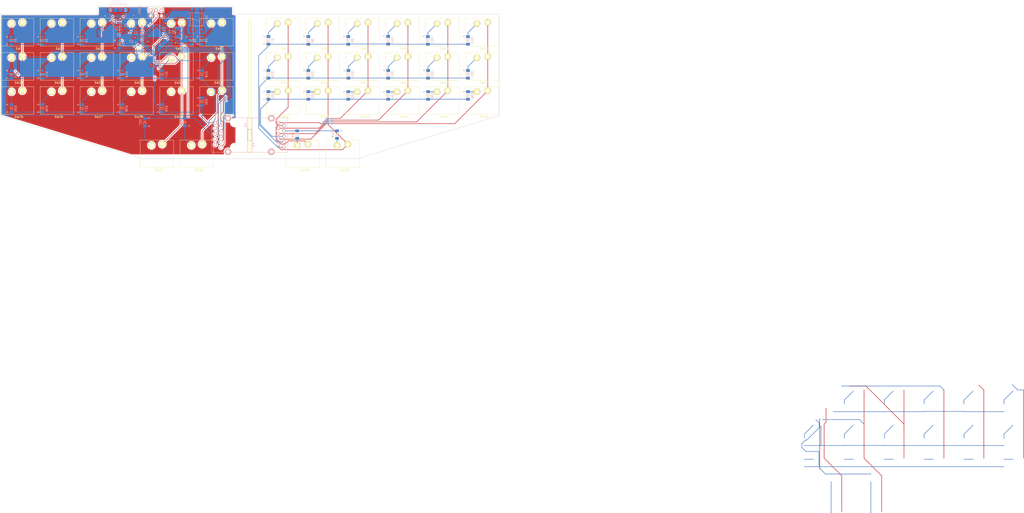
<source format=kicad_pcb>
(kicad_pcb (version 4) (host pcbnew 4.0.5)
  (layers (0 F.Cu signal hide) (31 B.Cu signal) (34 B.Paste user) (35 F.Paste user) (36 B.SilkS user) (37 F.SilkS user) (38 B.Mask user) (39 F.Mask user) (44 Edge.Cuts user))
  (net 0 "")
  (net 1 GND)
  (net 2 +5V)
  (net 3 "Net-(D1-Pad2)")
  (net 4 /D0)
  (net 5 "Net-(D2-Pad2)")
  (net 6 "Net-(D3-Pad2)")
  (net 7 "Net-(D4-Pad2)")
  (net 8 "Net-(D5-Pad2)")
  (net 9 "Net-(D6-Pad2)")
  (net 10 "Net-(D7-Pad2)")
  (net 11 /D0_RIGHT)
  (net 12 "Net-(D8-Pad2)")
  (net 13 "Net-(D9-Pad2)")
  (net 14 "Net-(D10-Pad2)")
  (net 15 "Net-(D11-Pad2)")
  (net 16 "Net-(D12-Pad2)")
  (net 17 "Net-(D13-Pad2)")
  (net 18 /D1)
  (net 19 "Net-(D14-Pad2)")
  (net 20 "Net-(D15-Pad2)")
  (net 21 "Net-(D16-Pad2)")
  (net 22 "Net-(D17-Pad2)")
  (net 23 "Net-(D18-Pad2)")
  (net 24 "Net-(D19-Pad2)")
  (net 25 /D1_RIGHT)
  (net 26 "Net-(D20-Pad2)")
  (net 27 "Net-(D21-Pad2)")
  (net 28 "Net-(D22-Pad2)")
  (net 29 "Net-(D23-Pad2)")
  (net 30 "Net-(D24-Pad2)")
  (net 31 "Net-(D25-Pad2)")
  (net 32 /D2)
  (net 33 "Net-(D26-Pad2)")
  (net 34 "Net-(D27-Pad2)")
  (net 35 "Net-(D28-Pad2)")
  (net 36 "Net-(D29-Pad2)")
  (net 37 "Net-(D30-Pad2)")
  (net 38 "Net-(D31-Pad2)")
  (net 39 /D2_RIGHT)
  (net 40 "Net-(D32-Pad2)")
  (net 41 "Net-(D33-Pad2)")
  (net 42 "Net-(D34-Pad2)")
  (net 43 "Net-(D35-Pad2)")
  (net 44 "Net-(D36-Pad2)")
  (net 45 "Net-(D37-Pad2)")
  (net 46 /D3)
  (net 47 "Net-(D38-Pad2)")
  (net 48 "Net-(D39-Pad2)")
  (net 49 /D3_RIGHT)
  (net 50 "Net-(D40-Pad2)")
  (net 51 /F0)
  (net 52 /F1)
  (net 53 /F4)
  (net 54 /F5)
  (net 55 /F6)
  (net 56 /F7)
  (net 57 /C7_RIGHT)
  (net 58 /C6_RIGHT)
  (net 59 /B6_RIGHT)
  (net 60 /B5_RIGHT)
  (net 61 /B4_RIGHT)
  (net 62 /D7_RIGHT)
  (net 63 /D7)
  (net 64 /B4)
  (net 65 /B5)
  (net 66 /B6)
  (net 67 /C6)
  (net 68 /C7)
  (net 69 /XTAL1)
  (net 70 /XTAL2)
  (net 71 /MISO)
  (net 72 /SCK)
  (net 73 /MOSI)
  (net 74 /RST)
  (net 75 "Net-(F1-Pad1)")
  (net 76 "Net-(R3-Pad1)")
  (net 77 "Net-(C3-Pad2)")
  (net 78 /D+1)
  (net 79 /D-1)
  (net 80 /D+3)
  (net 81 /D+2)
  (net 82 /D-2)
  (net 83 /D-3)
  (module Capacitors_SMD:C_0603 (layer B.Cu) (at 60.7 8.8)
    (fp_text reference C2 (at 0 1.9) (layer B.SilkS) (effects (justify mirror)))
    (fp_text value 10uF)
    (pad 1 smd rect (at -0.75 0) (size 0.8 0.75) (layers B.Cu B.Paste B.Mask) (net 2 +5V))
    (pad 2 smd rect (at 0.75 0) (size 0.8 0.75) (layers B.Cu B.Paste B.Mask) (net 1 GND))
  )
  (module Buttons_Switches_ThroughHole:SW_Matias_Quiet_With_Mounting_Hole_Frame (layer F.Cu) (at 74 15.8)
    (fp_text reference SW17 (at 8.7 14) (layer F.SilkS))
    (fp_text value SW_PUSH)
    (pad 1 thru_hole oval (at 5.25 2.4) (size 3 3) (drill 1.5 (offset 0 0.5)) (layers *.Cu *.Mask F.SilkS) (net 22 "Net-(D17-Pad2)"))
    (pad 2 thru_hole circle (at 10.25 1.9) (size 3 3) (drill 1.5) (layers *.Cu *.Mask F.SilkS) (net 55 /F6))
  )
  (module Connect:10p10c (layer B.Cu) (at 114.45 62 90)
    (fp_text reference P3 (at 3.4 2.95 90) (layer B.SilkS) (effects (justify mirror)))
    (fp_text value 10p10c_RIGHT)
    (pad 1 thru_hole circle (at 2.235 17.04 90) (size 1.524 1.524) (drill 0.9) (layers *.Cu *.Mask B.SilkS) (net 11 /D0_RIGHT))
    (pad "" thru_hole circle (at 0.175 11.2) (size 3 3) (drill 1.6) (layers *.Cu *.Mask B.SilkS))
    (pad "" np_thru_hole circle (at 2.235 8.15 90) (size 3.2 3.2) (drill 3.2) (layers *.Cu *.Mask))
    (pad "" thru_hole circle (at 15.725 11.2 50) (size 3 3) (drill 1.6) (layers *.Cu *.Mask B.SilkS))
    (pad "" np_thru_hole circle (at 13.665 8.15 90) (size 3.2 3.2) (drill 3.2) (layers *.Cu *.Mask))
    (pad 6 thru_hole circle (at 3.505 14.5 90) (size 1.524 1.524) (drill 0.9) (layers *.Cu *.Mask B.SilkS) (net 58 /C6_RIGHT))
    (pad 2 thru_hole circle (at 4.775 17.04 90) (size 1.524 1.524) (drill 0.9) (layers *.Cu *.Mask B.SilkS) (net 25 /D1_RIGHT))
    (pad 3 thru_hole circle (at 7.315 17.04 90) (size 1.524 1.524) (drill 0.9) (layers *.Cu *.Mask B.SilkS) (net 39 /D2_RIGHT))
    (pad 4 thru_hole circle (at 9.855 17.04 90) (size 1.524 1.524) (drill 0.9) (layers *.Cu *.Mask B.SilkS) (net 49 /D3_RIGHT))
    (pad 5 thru_hole circle (at 12.395 17.04 90) (size 1.524 1.524) (drill 0.9) (layers *.Cu *.Mask B.SilkS) (net 57 /C7_RIGHT))
    (pad 7 thru_hole circle (at 6.045 14.5 90) (size 1.524 1.524) (drill 0.9) (layers *.Cu *.Mask B.SilkS) (net 59 /B6_RIGHT))
    (pad 8 thru_hole circle (at 8.585 14.5 90) (size 1.524 1.524) (drill 0.9) (layers *.Cu *.Mask B.SilkS) (net 60 /B5_RIGHT))
    (pad 9 thru_hole circle (at 11.125 14.5 90) (size 1.524 1.524) (drill 0.9) (layers *.Cu *.Mask B.SilkS) (net 61 /B4_RIGHT))
    (pad 10 thru_hole circle (at 13.665 14.5 90) (size 1.524 1.524) (drill 0.9) (layers *.Cu *.Mask B.SilkS) (net 62 /D7_RIGHT))
  )
  (module Buttons_Switches_ThroughHole:SW_Matias_Quiet_With_Mounting_Hole_Frame (layer F.Cu) (at 123.2 0)
    (fp_text reference SW7 (at 8.7 14) (layer F.SilkS))
    (fp_text value SW_PUSH)
    (pad 1 thru_hole circle (at 5.25 2.4 340) (size 3 3) (drill 1.5) (layers *.Cu *.Mask F.SilkS) (net 10 "Net-(D7-Pad2)"))
    (pad 2 thru_hole circle (at 10.25 1.9) (size 3 3) (drill 1.5) (layers *.Cu *.Mask F.SilkS) (net 57 /C7_RIGHT))
  )
  (module Buttons_Switches_ThroughHole:SW_Matias_Quiet_With_Mounting_Hole_Frame (layer F.Cu) (at 92.5 15.8)
    (fp_text reference SW18 (at 8.7 14) (layer F.SilkS))
    (fp_text value SW_PUSH)
    (pad 1 thru_hole circle (at 5.25 2.4) (size 3 3) (drill 1.5) (layers *.Cu *.Mask F.SilkS) (net 23 "Net-(D18-Pad2)"))
    (pad 2 thru_hole circle (at 10.25 1.9 330) (size 3 3) (drill 1.5) (layers *.Cu *.Mask F.SilkS) (net 56 /F7))
  )
  (module Buttons_Switches_ThroughHole:SW_Matias_Quiet_With_Mounting_Hole_Frame (layer F.Cu) (at 74 0)
    (fp_text reference SW5 (at 8.7 14) (layer F.SilkS))
    (fp_text value SW_PUSH)
    (pad 1 thru_hole circle (at 5.25 2.4) (size 3 3) (drill 1.5) (layers *.Cu *.Mask F.SilkS) (net 8 "Net-(D5-Pad2)"))
    (pad 2 thru_hole circle (at 10.25 1.9) (size 3 3) (drill 1.5) (layers *.Cu *.Mask F.SilkS) (net 55 /F6))
  )
  (module Connect:10p10c (layer B.Cu) (at 116.75 46.1 270)
    (fp_text reference P2 (at 3.4 2.95 270) (layer B.SilkS) (effects (justify mirror)))
    (fp_text value 10p10c_LEFT)
    (pad 1 thru_hole circle (at 2.235 17.04 270) (size 1.524 1.524) (drill 0.9) (layers *.Cu *.Mask B.SilkS) (net 4 /D0))
    (pad "" thru_hole circle (at 0.175 11.2 255) (size 3 3) (drill 1.6) (layers *.Cu *.Mask B.SilkS))
    (pad "" np_thru_hole circle (at 2.235 8.15 270) (size 3.2 3.2) (drill 3.2) (layers *.Cu *.Mask))
    (pad "" thru_hole circle (at 15.725 11.2 90) (size 3 3) (drill 1.6) (layers *.Cu *.Mask B.SilkS))
    (pad "" np_thru_hole circle (at 13.665 8.15 270) (size 3.2 3.2) (drill 3.2) (layers *.Cu *.Mask))
    (pad 6 thru_hole circle (at 3.505 14.5 270) (size 1.524 1.524) (drill 0.9) (layers *.Cu *.Mask B.SilkS) (net 67 /C6))
    (pad 2 thru_hole circle (at 4.775 17.04 270) (size 1.524 1.524) (drill 0.9) (layers *.Cu *.Mask B.SilkS) (net 18 /D1))
    (pad 3 thru_hole circle (at 7.315 17.04 270) (size 1.524 1.524) (drill 0.9) (layers *.Cu *.Mask B.SilkS) (net 32 /D2))
    (pad 4 thru_hole circle (at 9.855 17.04 270) (size 1.524 1.524) (drill 0.9) (layers *.Cu *.Mask B.SilkS) (net 46 /D3))
    (pad 5 thru_hole circle (at 12.395 17.04 270) (size 1.524 1.524) (drill 0.9) (layers *.Cu *.Mask B.SilkS) (net 68 /C7))
    (pad 7 thru_hole circle (at 6.045 14.5 270) (size 1.524 1.524) (drill 0.9) (layers *.Cu *.Mask B.SilkS) (net 66 /B6))
    (pad 8 thru_hole circle (at 8.585 14.5 270) (size 1.524 1.524) (drill 0.9) (layers *.Cu *.Mask B.SilkS) (net 65 /B5))
    (pad 9 thru_hole circle (at 11.125 14.5 270) (size 1.524 1.524) (drill 0.9) (layers *.Cu *.Mask B.SilkS) (net 64 /B4))
    (pad 10 thru_hole circle (at 13.665 14.5 270) (size 1.524 1.524) (drill 0.9) (layers *.Cu *.Mask B.SilkS) (net 63 /D7))
  )
  (module Capacitors_SMD:C_0603 (layer B.Cu) (at 62.75 4.85)
    (fp_text reference C1 (at 0 1.9) (layer B.SilkS) (effects (justify mirror)))
    (fp_text value 0.1uF)
    (pad 1 smd rect (at -0.75 0) (size 0.8 0.75) (layers B.Cu B.Paste B.Mask) (net 2 +5V))
    (pad 2 smd rect (at 0.75 0) (size 0.8 0.75) (layers B.Cu B.Paste B.Mask) (net 1 GND))
  )
  (module Buttons_Switches_ThroughHole:SW_Matias_Quiet_With_Mounting_Hole_Frame (layer F.Cu) (at 64.83333 56.4)
    (fp_text reference SW37 (at 8.7 14) (layer F.SilkS))
    (fp_text value SW_PUSH)
    (pad 1 thru_hole circle (at 5.25 2.4) (size 3 3) (drill 1.5) (layers *.Cu *.Mask F.SilkS) (net 45 "Net-(D37-Pad2)"))
    (pad 2 thru_hole circle (at 10.25 1.9) (size 3 3) (drill 1.5) (layers *.Cu *.Mask F.SilkS) (net 55 /F6))
  )
  (module Buttons_Switches_ThroughHole:SW_Matias_Quiet_With_Mounting_Hole_Frame (layer F.Cu) (at 37 0)
    (fp_text reference SW3 (at 8.7 14) (layer F.SilkS))
    (fp_text value SW_PUSH)
    (pad 1 thru_hole circle (at 5.25 2.4) (size 3 3) (drill 1.5) (layers *.Cu *.Mask F.SilkS) (net 6 "Net-(D3-Pad2)"))
    (pad 2 thru_hole circle (at 10.25 1.9) (size 3 3) (drill 1.5) (layers *.Cu *.Mask F.SilkS) (net 53 /F4))
  )
  (module Buttons_Switches_ThroughHole:SW_Matias_Quiet_With_Mounting_Hole_Frame (layer F.Cu) (at 92.5 0)
    (fp_text reference SW6 (at 8.7 14) (layer F.SilkS))
    (fp_text value SW_PUSH)
    (pad 1 thru_hole circle (at 5.25 2.4) (size 3 3) (drill 1.5) (layers *.Cu *.Mask F.SilkS) (net 9 "Net-(D6-Pad2)"))
    (pad 2 thru_hole circle (at 10.25 1.9) (size 3 3) (drill 1.5) (layers *.Cu *.Mask F.SilkS) (net 56 /F7))
  )
  (module Pin_Headers:Pin_Header_Straight_2x03 (layer B.Cu) (at 69.64 -3.71 270)
    (fp_text reference CON1 (at 0 5.1 270) (layer B.SilkS) (effects (justify mirror)))
    (fp_text value AVR-ISP-6)
    (pad 1 thru_hole rect (at 0 0 270) (size 1.7272 1.7272) (drill 1.016) (layers *.Cu *.Mask B.SilkS) (net 71 /MISO))
    (pad 2 thru_hole oval (at 2.54 0 270) (size 1.7272 1.7272) (drill 1.016) (layers *.Cu *.Mask B.SilkS) (net 2 +5V))
    (pad 3 thru_hole oval (at 0 -2.54 270) (size 1.7272 1.7272) (drill 1.016) (layers *.Cu *.Mask B.SilkS) (net 72 /SCK))
    (pad 4 thru_hole oval (at 2.54 -2.54 270) (size 1.7272 1.7272) (drill 1.016) (layers *.Cu *.Mask B.SilkS) (net 73 /MOSI))
    (pad 5 thru_hole oval (at 0 -5.08 270) (size 1.7272 1.7272) (drill 1.016) (layers *.Cu *.Mask B.SilkS) (net 74 /RST))
    (pad 6 thru_hole oval (at 2.54 -5.08 270) (size 1.7272 1.7272) (drill 1.016) (layers *.Cu *.Mask B.SilkS) (net 1 GND))
  )
  (module Capacitors_SMD:C_0603 (layer B.Cu) (at 65.84 4.85)
    (fp_text reference C3 (at 0 1.9) (layer B.SilkS) (effects (justify mirror)))
    (fp_text value 1uF)
    (pad 1 smd rect (at -0.75 0) (size 0.8 0.75) (layers B.Cu B.Paste B.Mask) (net 1 GND))
    (pad 2 smd rect (at 0.75 0) (size 0.8 0.75) (layers B.Cu B.Paste B.Mask) (net 77 "Net-(C3-Pad2)"))
  )
  (module Diodes_SMD:MiniMELF_Standard (layer B.Cu) (at 5.1 10.3 90)
    (fp_text reference D1 (at 0 1.95 90) (layer B.SilkS) (effects (justify mirror)))
    (fp_text value D)
    (fp_text user K (at -1.8 -1.95 90) (layer B.SilkS) (effects (justify mirror)))
    (fp_text user A (at 1.8 -1.95 90) (layer B.SilkS) (effects (justify mirror)))
    (pad 1 smd rect (at -1.75006 0 90) (size 1.30048 1.69926) (layers B.Cu B.Paste B.Mask) (net 4 /D0))
    (pad 2 smd rect (at 1.75006 0 90) (size 1.30048 1.69926) (layers B.Cu B.Paste B.Mask) (net 3 "Net-(D1-Pad2)"))
  )
  (module Diodes_SMD:MiniMELF_Standard (layer B.Cu) (at 19.5 10.3 90)
    (fp_text reference D2 (at 0 1.95 90) (layer B.SilkS) (effects (justify mirror)))
    (fp_text value D)
    (fp_text user K (at -1.8 -1.95 90) (layer B.SilkS) (effects (justify mirror)))
    (fp_text user A (at 1.8 -1.95 90) (layer B.SilkS) (effects (justify mirror)))
    (pad 1 smd rect (at -1.75006 0 90) (size 1.30048 1.69926) (layers B.Cu B.Paste B.Mask) (net 4 /D0))
    (pad 2 smd rect (at 1.75006 0 90) (size 1.30048 1.69926) (layers B.Cu B.Paste B.Mask) (net 5 "Net-(D2-Pad2)"))
  )
  (module Diodes_SMD:MiniMELF_Standard (layer B.Cu) (at 38 10.3 90)
    (fp_text reference D3 (at 0 1.95 90) (layer B.SilkS) (effects (justify mirror)))
    (fp_text value D)
    (fp_text user K (at -1.8 -1.95 90) (layer B.SilkS) (effects (justify mirror)))
    (fp_text user A (at 1.8 -1.95 90) (layer B.SilkS) (effects (justify mirror)))
    (pad 1 smd rect (at -1.75006 0 90) (size 1.30048 1.69926) (layers B.Cu B.Paste B.Mask) (net 4 /D0))
    (pad 2 smd rect (at 1.75006 0 90) (size 1.30048 1.69926) (layers B.Cu B.Paste B.Mask) (net 6 "Net-(D3-Pad2)"))
  )
  (module Diodes_SMD:MiniMELF_Standard (layer B.Cu) (at 55.1 12 90)
    (fp_text reference D4 (at 0 1.95 90) (layer B.SilkS) (effects (justify mirror)))
    (fp_text value D)
    (fp_text user K (at -1.8 -1.95 90) (layer B.SilkS) (effects (justify mirror)))
    (fp_text user A (at 1.8 -1.95 90) (layer B.SilkS) (effects (justify mirror)))
    (pad 1 smd rect (at -1.75006 0 90) (size 1.30048 1.69926) (layers B.Cu B.Paste B.Mask) (net 4 /D0))
    (pad 2 smd rect (at 1.75006 0 90) (size 1.30048 1.69926) (layers B.Cu B.Paste B.Mask) (net 7 "Net-(D4-Pad2)"))
  )
  (module Diodes_SMD:MiniMELF_Standard (layer B.Cu) (at 88.4 10.2 90)
    (fp_text reference D5 (at 0 1.95 90) (layer B.SilkS) (effects (justify mirror)))
    (fp_text value D)
    (fp_text user K (at -1.8 -1.95 90) (layer B.SilkS) (effects (justify mirror)))
    (fp_text user A (at 1.8 -1.95 90) (layer B.SilkS) (effects (justify mirror)))
    (pad 1 smd rect (at -1.75006 0 90) (size 1.30048 1.69926) (layers B.Cu B.Paste B.Mask) (net 4 /D0))
    (pad 2 smd rect (at 1.75006 0 90) (size 1.30048 1.69926) (layers B.Cu B.Paste B.Mask) (net 8 "Net-(D5-Pad2)"))
  )
  (module Diodes_SMD:MiniMELF_Standard (layer B.Cu) (at 93.5 10.2 90)
    (fp_text reference D6 (at 0 1.95 90) (layer B.SilkS) (effects (justify mirror)))
    (fp_text value D)
    (fp_text user K (at -1.8 -1.95 90) (layer B.SilkS) (effects (justify mirror)))
    (fp_text user A (at 1.8 -1.95 90) (layer B.SilkS) (effects (justify mirror)))
    (pad 1 smd rect (at -1.75006 0 90) (size 1.30048 1.69926) (layers B.Cu B.Paste B.Mask) (net 4 /D0))
    (pad 2 smd rect (at 1.75006 0 90) (size 1.30048 1.69926) (layers B.Cu B.Paste B.Mask) (net 9 "Net-(D6-Pad2)"))
  )
  (module Diodes_SMD:MiniMELF_Standard (layer B.Cu) (at 124.3 10.14994 90)
    (fp_text reference D7 (at 0 1.95 90) (layer B.SilkS) (effects (justify mirror)))
    (fp_text value D)
    (fp_text user K (at -1.8 -1.95 90) (layer B.SilkS) (effects (justify mirror)))
    (fp_text user A (at 1.8 -1.95 90) (layer B.SilkS) (effects (justify mirror)))
    (pad 1 smd rect (at -1.75006 0 90) (size 1.30048 1.69926) (layers B.Cu B.Paste B.Mask) (net 11 /D0_RIGHT))
    (pad 2 smd rect (at 1.75006 0 90) (size 1.30048 1.69926) (layers B.Cu B.Paste B.Mask) (net 10 "Net-(D7-Pad2)"))
  )
  (module Diodes_SMD:MiniMELF_Standard (layer B.Cu) (at 142.8 10.2 90)
    (fp_text reference D8 (at 0 1.95 90) (layer B.SilkS) (effects (justify mirror)))
    (fp_text value D)
    (fp_text user K (at -1.8 -1.95 90) (layer B.SilkS) (effects (justify mirror)))
    (fp_text user A (at 1.8 -1.95 90) (layer B.SilkS) (effects (justify mirror)))
    (pad 1 smd rect (at -1.75006 0 90) (size 1.30048 1.69926) (layers B.Cu B.Paste B.Mask) (net 11 /D0_RIGHT))
    (pad 2 smd rect (at 1.75006 0 90) (size 1.30048 1.69926) (layers B.Cu B.Paste B.Mask) (net 12 "Net-(D8-Pad2)"))
  )
  (module Diodes_SMD:MiniMELF_Standard (layer B.Cu) (at 161.3 10.2 90)
    (fp_text reference D9 (at 0 1.95 90) (layer B.SilkS) (effects (justify mirror)))
    (fp_text value D)
    (fp_text user K (at -1.8 -1.95 90) (layer B.SilkS) (effects (justify mirror)))
    (fp_text user A (at 1.8 -1.95 90) (layer B.SilkS) (effects (justify mirror)))
    (pad 1 smd rect (at -1.75006 0 90) (size 1.30048 1.69926) (layers B.Cu B.Paste B.Mask) (net 11 /D0_RIGHT))
    (pad 2 smd rect (at 1.75006 0 90) (size 1.30048 1.69926) (layers B.Cu B.Paste B.Mask) (net 13 "Net-(D9-Pad2)"))
  )
  (module Diodes_SMD:MiniMELF_Standard (layer B.Cu) (at 179.8 10.1 90)
    (fp_text reference D10 (at 0 1.95 90) (layer B.SilkS) (effects (justify mirror)))
    (fp_text value D)
    (fp_text user K (at -1.8 -1.95 90) (layer B.SilkS) (effects (justify mirror)))
    (fp_text user A (at 1.8 -1.95 90) (layer B.SilkS) (effects (justify mirror)))
    (pad 1 smd rect (at -1.75006 0 90) (size 1.30048 1.69926) (layers B.Cu B.Paste B.Mask) (net 11 /D0_RIGHT))
    (pad 2 smd rect (at 1.75006 0 90) (size 1.30048 1.69926) (layers B.Cu B.Paste B.Mask) (net 14 "Net-(D10-Pad2)"))
  )
  (module Diodes_SMD:MiniMELF_Standard (layer B.Cu) (at 198.2 10.2 90)
    (fp_text reference D11 (at 0 1.95 90) (layer B.SilkS) (effects (justify mirror)))
    (fp_text value D)
    (fp_text user K (at -1.8 -1.95 90) (layer B.SilkS) (effects (justify mirror)))
    (fp_text user A (at 1.8 -1.95 90) (layer B.SilkS) (effects (justify mirror)))
    (pad 1 smd rect (at -1.75006 0 90) (size 1.30048 1.69926) (layers B.Cu B.Paste B.Mask) (net 11 /D0_RIGHT))
    (pad 2 smd rect (at 1.75006 0 90) (size 1.30048 1.69926) (layers B.Cu B.Paste B.Mask) (net 15 "Net-(D11-Pad2)"))
  )
  (module Diodes_SMD:MiniMELF_Standard (layer B.Cu) (at 216.8 10.2 90)
    (fp_text reference D12 (at 0 1.95 90) (layer B.SilkS) (effects (justify mirror)))
    (fp_text value D)
    (fp_text user K (at -1.8 -1.95 90) (layer B.SilkS) (effects (justify mirror)))
    (fp_text user A (at 1.8 -1.95 90) (layer B.SilkS) (effects (justify mirror)))
    (pad 1 smd rect (at -1.75006 0 90) (size 1.30048 1.69926) (layers B.Cu B.Paste B.Mask) (net 11 /D0_RIGHT))
    (pad 2 smd rect (at 1.75006 0 90) (size 1.30048 1.69926) (layers B.Cu B.Paste B.Mask) (net 16 "Net-(D12-Pad2)"))
  )
  (module Diodes_SMD:MiniMELF_Standard (layer B.Cu) (at 5.1 26 90)
    (fp_text reference D13 (at 0 1.95 90) (layer B.SilkS) (effects (justify mirror)))
    (fp_text value D)
    (fp_text user K (at -1.8 -1.95 90) (layer B.SilkS) (effects (justify mirror)))
    (fp_text user A (at 1.8 -1.95 90) (layer B.SilkS) (effects (justify mirror)))
    (pad 1 smd rect (at -1.75006 0 90) (size 1.30048 1.69926) (layers B.Cu B.Paste B.Mask) (net 18 /D1))
    (pad 2 smd rect (at 1.75006 0 90) (size 1.30048 1.69926) (layers B.Cu B.Paste B.Mask) (net 17 "Net-(D13-Pad2)"))
  )
  (module Diodes_SMD:MiniMELF_Standard (layer B.Cu) (at 19.6 26 90)
    (fp_text reference D14 (at 0 1.95 90) (layer B.SilkS) (effects (justify mirror)))
    (fp_text value D)
    (fp_text user K (at -1.8 -1.95 90) (layer B.SilkS) (effects (justify mirror)))
    (fp_text user A (at 1.8 -1.95 90) (layer B.SilkS) (effects (justify mirror)))
    (pad 1 smd rect (at -1.75006 0 90) (size 1.30048 1.69926) (layers B.Cu B.Paste B.Mask) (net 18 /D1))
    (pad 2 smd rect (at 1.75006 0 90) (size 1.30048 1.69926) (layers B.Cu B.Paste B.Mask) (net 19 "Net-(D14-Pad2)"))
  )
  (module Diodes_SMD:MiniMELF_Standard (layer B.Cu) (at 38.1 25.9 90)
    (fp_text reference D15 (at 0 1.95 90) (layer B.SilkS) (effects (justify mirror)))
    (fp_text value D)
    (fp_text user K (at -1.8 -1.95 90) (layer B.SilkS) (effects (justify mirror)))
    (fp_text user A (at 1.8 -1.95 90) (layer B.SilkS) (effects (justify mirror)))
    (pad 1 smd rect (at -1.75006 0 90) (size 1.30048 1.69926) (layers B.Cu B.Paste B.Mask) (net 18 /D1))
    (pad 2 smd rect (at 1.75006 0 90) (size 1.30048 1.69926) (layers B.Cu B.Paste B.Mask) (net 20 "Net-(D15-Pad2)"))
  )
  (module Diodes_SMD:MiniMELF_Standard (layer B.Cu) (at 56.6 26 90)
    (fp_text reference D16 (at 0 1.95 90) (layer B.SilkS) (effects (justify mirror)))
    (fp_text value D)
    (fp_text user K (at -1.8 -1.95 90) (layer B.SilkS) (effects (justify mirror)))
    (fp_text user A (at 1.8 -1.95 90) (layer B.SilkS) (effects (justify mirror)))
    (pad 1 smd rect (at -1.75006 0 90) (size 1.30048 1.69926) (layers B.Cu B.Paste B.Mask) (net 18 /D1))
    (pad 2 smd rect (at 1.75006 0 90) (size 1.30048 1.69926) (layers B.Cu B.Paste B.Mask) (net 21 "Net-(D16-Pad2)"))
  )
  (module Diodes_SMD:MiniMELF_Standard (layer B.Cu) (at 75.1 26 90)
    (fp_text reference D17 (at 0 1.95 90) (layer B.SilkS) (effects (justify mirror)))
    (fp_text value D)
    (fp_text user K (at -1.8 -1.95 90) (layer B.SilkS) (effects (justify mirror)))
    (fp_text user A (at 1.8 -1.95 90) (layer B.SilkS) (effects (justify mirror)))
    (pad 1 smd rect (at -1.75006 0 90) (size 1.30048 1.69926) (layers B.Cu B.Paste B.Mask) (net 18 /D1))
    (pad 2 smd rect (at 1.75006 0 90) (size 1.30048 1.69926) (layers B.Cu B.Paste B.Mask) (net 22 "Net-(D17-Pad2)"))
  )
  (module Diodes_SMD:MiniMELF_Standard (layer B.Cu) (at 93.6 25.9 90)
    (fp_text reference D18 (at 0 1.95 90) (layer B.SilkS) (effects (justify mirror)))
    (fp_text value D)
    (fp_text user K (at -1.8 -1.95 90) (layer B.SilkS) (effects (justify mirror)))
    (fp_text user A (at 1.8 -1.95 90) (layer B.SilkS) (effects (justify mirror)))
    (pad 1 smd rect (at -1.75006 0 90) (size 1.30048 1.69926) (layers B.Cu B.Paste B.Mask) (net 18 /D1))
    (pad 2 smd rect (at 1.75006 0 90) (size 1.30048 1.69926) (layers B.Cu B.Paste B.Mask) (net 23 "Net-(D18-Pad2)"))
  )
  (module Diodes_SMD:MiniMELF_Standard (layer B.Cu) (at 124.3 25.9 90)
    (fp_text reference D19 (at 0 1.95 90) (layer B.SilkS) (effects (justify mirror)))
    (fp_text value D)
    (fp_text user K (at -1.8 -1.95 90) (layer B.SilkS) (effects (justify mirror)))
    (fp_text user A (at 1.8 -1.95 90) (layer B.SilkS) (effects (justify mirror)))
    (pad 1 smd rect (at -1.75006 0 90) (size 1.30048 1.69926) (layers B.Cu B.Paste B.Mask) (net 25 /D1_RIGHT))
    (pad 2 smd rect (at 1.75006 0 90) (size 1.30048 1.69926) (layers B.Cu B.Paste B.Mask) (net 24 "Net-(D19-Pad2)"))
  )
  (module Diodes_SMD:MiniMELF_Standard (layer B.Cu) (at 142.8 25.9 90)
    (fp_text reference D20 (at 0 1.95 90) (layer B.SilkS) (effects (justify mirror)))
    (fp_text value D)
    (fp_text user K (at -1.8 -1.95 90) (layer B.SilkS) (effects (justify mirror)))
    (fp_text user A (at 1.8 -1.95 90) (layer B.SilkS) (effects (justify mirror)))
    (pad 1 smd rect (at -1.75006 0 90) (size 1.30048 1.69926) (layers B.Cu B.Paste B.Mask) (net 25 /D1_RIGHT))
    (pad 2 smd rect (at 1.75006 0 90) (size 1.30048 1.69926) (layers B.Cu B.Paste B.Mask) (net 26 "Net-(D20-Pad2)"))
  )
  (module Diodes_SMD:MiniMELF_Standard (layer B.Cu) (at 161.38 25.89994 90)
    (fp_text reference D21 (at 0 1.95 90) (layer B.SilkS) (effects (justify mirror)))
    (fp_text value D)
    (fp_text user K (at -1.8 -1.95 90) (layer B.SilkS) (effects (justify mirror)))
    (fp_text user A (at 1.8 -1.95 90) (layer B.SilkS) (effects (justify mirror)))
    (pad 1 smd rect (at -1.75006 0 90) (size 1.30048 1.69926) (layers B.Cu B.Paste B.Mask) (net 25 /D1_RIGHT))
    (pad 2 smd rect (at 1.75006 0 90) (size 1.30048 1.69926) (layers B.Cu B.Paste B.Mask) (net 27 "Net-(D21-Pad2)"))
  )
  (module Diodes_SMD:MiniMELF_Standard (layer B.Cu) (at 179.8 25.9 90)
    (fp_text reference D22 (at 0 1.95 90) (layer B.SilkS) (effects (justify mirror)))
    (fp_text value D)
    (fp_text user K (at -1.8 -1.95 90) (layer B.SilkS) (effects (justify mirror)))
    (fp_text user A (at 1.8 -1.95 90) (layer B.SilkS) (effects (justify mirror)))
    (pad 1 smd rect (at -1.75006 0 90) (size 1.30048 1.69926) (layers B.Cu B.Paste B.Mask) (net 25 /D1_RIGHT))
    (pad 2 smd rect (at 1.75006 0 90) (size 1.30048 1.69926) (layers B.Cu B.Paste B.Mask) (net 28 "Net-(D22-Pad2)"))
  )
  (module Diodes_SMD:MiniMELF_Standard (layer B.Cu) (at 198.3 25.9 90)
    (fp_text reference D23 (at 0 1.95 90) (layer B.SilkS) (effects (justify mirror)))
    (fp_text value D)
    (fp_text user K (at -1.8 -1.95 90) (layer B.SilkS) (effects (justify mirror)))
    (fp_text user A (at 1.8 -1.95 90) (layer B.SilkS) (effects (justify mirror)))
    (pad 1 smd rect (at -1.75006 0 90) (size 1.30048 1.69926) (layers B.Cu B.Paste B.Mask) (net 25 /D1_RIGHT))
    (pad 2 smd rect (at 1.75006 0 90) (size 1.30048 1.69926) (layers B.Cu B.Paste B.Mask) (net 29 "Net-(D23-Pad2)"))
  )
  (module Diodes_SMD:MiniMELF_Standard (layer B.Cu) (at 216.8 25.9 90)
    (fp_text reference D24 (at 0 1.95 90) (layer B.SilkS) (effects (justify mirror)))
    (fp_text value D)
    (fp_text user K (at -1.8 -1.95 90) (layer B.SilkS) (effects (justify mirror)))
    (fp_text user A (at 1.8 -1.95 90) (layer B.SilkS) (effects (justify mirror)))
    (pad 1 smd rect (at -1.75006 0 90) (size 1.30048 1.69926) (layers B.Cu B.Paste B.Mask) (net 25 /D1_RIGHT))
    (pad 2 smd rect (at 1.75006 0 90) (size 1.30048 1.69926) (layers B.Cu B.Paste B.Mask) (net 30 "Net-(D24-Pad2)"))
  )
  (module Diodes_SMD:MiniMELF_Standard (layer B.Cu) (at 5.2 41.7 90)
    (fp_text reference D25 (at 0 1.95 90) (layer B.SilkS) (effects (justify mirror)))
    (fp_text value D)
    (fp_text user K (at -1.8 -1.95 90) (layer B.SilkS) (effects (justify mirror)))
    (fp_text user A (at 1.8 -1.95 90) (layer B.SilkS) (effects (justify mirror)))
    (pad 1 smd rect (at -1.75006 0 90) (size 1.30048 1.69926) (layers B.Cu B.Paste B.Mask) (net 32 /D2))
    (pad 2 smd rect (at 1.75006 0 90) (size 1.30048 1.69926) (layers B.Cu B.Paste B.Mask) (net 31 "Net-(D25-Pad2)"))
  )
  (module Diodes_SMD:MiniMELF_Standard (layer B.Cu) (at 19.6 41.7 90)
    (fp_text reference D26 (at 0 1.95 90) (layer B.SilkS) (effects (justify mirror)))
    (fp_text value D)
    (fp_text user K (at -1.8 -1.95 90) (layer B.SilkS) (effects (justify mirror)))
    (fp_text user A (at 1.8 -1.95 90) (layer B.SilkS) (effects (justify mirror)))
    (pad 1 smd rect (at -1.75006 0 90) (size 1.30048 1.69926) (layers B.Cu B.Paste B.Mask) (net 32 /D2))
    (pad 2 smd rect (at 1.75006 0 90) (size 1.30048 1.69926) (layers B.Cu B.Paste B.Mask) (net 33 "Net-(D26-Pad2)"))
  )
  (module Diodes_SMD:MiniMELF_Standard (layer B.Cu) (at 38.1 41.8 90)
    (fp_text reference D27 (at 0 1.95 90) (layer B.SilkS) (effects (justify mirror)))
    (fp_text value D)
    (fp_text user K (at -1.8 -1.95 90) (layer B.SilkS) (effects (justify mirror)))
    (fp_text user A (at 1.8 -1.95 90) (layer B.SilkS) (effects (justify mirror)))
    (pad 1 smd rect (at -1.75006 0 90) (size 1.30048 1.69926) (layers B.Cu B.Paste B.Mask) (net 32 /D2))
    (pad 2 smd rect (at 1.75006 0 90) (size 1.30048 1.69926) (layers B.Cu B.Paste B.Mask) (net 34 "Net-(D27-Pad2)"))
  )
  (module Diodes_SMD:MiniMELF_Standard (layer B.Cu) (at 56.6 41.7 90)
    (fp_text reference D28 (at 0 1.95 90) (layer B.SilkS) (effects (justify mirror)))
    (fp_text value D)
    (fp_text user K (at -1.8 -1.95 90) (layer B.SilkS) (effects (justify mirror)))
    (fp_text user A (at 1.8 -1.95 90) (layer B.SilkS) (effects (justify mirror)))
    (pad 1 smd rect (at -1.75006 0 90) (size 1.30048 1.69926) (layers B.Cu B.Paste B.Mask) (net 32 /D2))
    (pad 2 smd rect (at 1.75006 0 90) (size 1.30048 1.69926) (layers B.Cu B.Paste B.Mask) (net 35 "Net-(D28-Pad2)"))
  )
  (module Diodes_SMD:MiniMELF_Standard (layer B.Cu) (at 75.1 41.7 90)
    (fp_text reference D29 (at 0 1.95 90) (layer B.SilkS) (effects (justify mirror)))
    (fp_text value D)
    (fp_text user K (at -1.8 -1.95 90) (layer B.SilkS) (effects (justify mirror)))
    (fp_text user A (at 1.8 -1.95 90) (layer B.SilkS) (effects (justify mirror)))
    (pad 1 smd rect (at -1.75006 0 90) (size 1.30048 1.69926) (layers B.Cu B.Paste B.Mask) (net 32 /D2))
    (pad 2 smd rect (at 1.75006 0 90) (size 1.30048 1.69926) (layers B.Cu B.Paste B.Mask) (net 36 "Net-(D29-Pad2)"))
  )
  (module Diodes_SMD:MiniMELF_Standard (layer B.Cu) (at 93.6 38.6 90)
    (fp_text reference D30 (at 0 1.95 90) (layer B.SilkS) (effects (justify mirror)))
    (fp_text value D)
    (fp_text user K (at -1.8 -1.95 90) (layer B.SilkS) (effects (justify mirror)))
    (fp_text user A (at 1.8 -1.95 90) (layer B.SilkS) (effects (justify mirror)))
    (pad 1 smd rect (at -1.75006 0 90) (size 1.30048 1.69926) (layers B.Cu B.Paste B.Mask) (net 32 /D2))
    (pad 2 smd rect (at 1.75006 0 90) (size 1.30048 1.69926) (layers B.Cu B.Paste B.Mask) (net 37 "Net-(D30-Pad2)"))
  )
  (module Diodes_SMD:MiniMELF_Standard (layer B.Cu) (at 124.3 35.7 90)
    (fp_text reference D31 (at 0 1.95 90) (layer B.SilkS) (effects (justify mirror)))
    (fp_text value D)
    (fp_text user K (at -1.8 -1.95 90) (layer B.SilkS) (effects (justify mirror)))
    (fp_text user A (at 1.8 -1.95 90) (layer B.SilkS) (effects (justify mirror)))
    (pad 1 smd rect (at -1.75006 0 90) (size 1.30048 1.69926) (layers B.Cu B.Paste B.Mask) (net 39 /D2_RIGHT))
    (pad 2 smd rect (at 1.75006 0 90) (size 1.30048 1.69926) (layers B.Cu B.Paste B.Mask) (net 38 "Net-(D31-Pad2)"))
  )
  (module Diodes_SMD:MiniMELF_Standard (layer B.Cu) (at 142.8 35.7 90)
    (fp_text reference D32 (at 0 1.95 90) (layer B.SilkS) (effects (justify mirror)))
    (fp_text value D)
    (fp_text user K (at -1.8 -1.95 90) (layer B.SilkS) (effects (justify mirror)))
    (fp_text user A (at 1.8 -1.95 90) (layer B.SilkS) (effects (justify mirror)))
    (pad 1 smd rect (at -1.75006 0 90) (size 1.30048 1.69926) (layers B.Cu B.Paste B.Mask) (net 39 /D2_RIGHT))
    (pad 2 smd rect (at 1.75006 0 90) (size 1.30048 1.69926) (layers B.Cu B.Paste B.Mask) (net 40 "Net-(D32-Pad2)"))
  )
  (module Diodes_SMD:MiniMELF_Standard (layer B.Cu) (at 161.3 35.7 90)
    (fp_text reference D33 (at 0 1.95 90) (layer B.SilkS) (effects (justify mirror)))
    (fp_text value D)
    (fp_text user K (at -1.8 -1.95 90) (layer B.SilkS) (effects (justify mirror)))
    (fp_text user A (at 1.8 -1.95 90) (layer B.SilkS) (effects (justify mirror)))
    (pad 1 smd rect (at -1.75006 0 90) (size 1.30048 1.69926) (layers B.Cu B.Paste B.Mask) (net 39 /D2_RIGHT))
    (pad 2 smd rect (at 1.75006 0 90) (size 1.30048 1.69926) (layers B.Cu B.Paste B.Mask) (net 41 "Net-(D33-Pad2)"))
  )
  (module Diodes_SMD:MiniMELF_Standard (layer B.Cu) (at 179.8 35.7 90)
    (fp_text reference D34 (at 0 1.95 90) (layer B.SilkS) (effects (justify mirror)))
    (fp_text value D)
    (fp_text user K (at -1.8 -1.95 90) (layer B.SilkS) (effects (justify mirror)))
    (fp_text user A (at 1.8 -1.95 90) (layer B.SilkS) (effects (justify mirror)))
    (pad 1 smd rect (at -1.75006 0 90) (size 1.30048 1.69926) (layers B.Cu B.Paste B.Mask) (net 39 /D2_RIGHT))
    (pad 2 smd rect (at 1.75006 0 90) (size 1.30048 1.69926) (layers B.Cu B.Paste B.Mask) (net 42 "Net-(D34-Pad2)"))
  )
  (module Diodes_SMD:MiniMELF_Standard (layer B.Cu) (at 198.3 35.7 90)
    (fp_text reference D35 (at 0 1.95 90) (layer B.SilkS) (effects (justify mirror)))
    (fp_text value D)
    (fp_text user K (at -1.8 -1.95 90) (layer B.SilkS) (effects (justify mirror)))
    (fp_text user A (at 1.8 -1.95 90) (layer B.SilkS) (effects (justify mirror)))
    (pad 1 smd rect (at -1.75006 0 90) (size 1.30048 1.69926) (layers B.Cu B.Paste B.Mask) (net 39 /D2_RIGHT))
    (pad 2 smd rect (at 1.75006 0 90) (size 1.30048 1.69926) (layers B.Cu B.Paste B.Mask) (net 43 "Net-(D35-Pad2)"))
  )
  (module Diodes_SMD:MiniMELF_Standard (layer B.Cu) (at 216.8 35.7 90)
    (fp_text reference D36 (at 0 1.95 90) (layer B.SilkS) (effects (justify mirror)))
    (fp_text value D)
    (fp_text user K (at -1.8 -1.95 90) (layer B.SilkS) (effects (justify mirror)))
    (fp_text user A (at 1.8 -1.95 90) (layer B.SilkS) (effects (justify mirror)))
    (pad 1 smd rect (at -1.75006 0 90) (size 1.30048 1.69926) (layers B.Cu B.Paste B.Mask) (net 39 /D2_RIGHT))
    (pad 2 smd rect (at 1.75006 0 90) (size 1.30048 1.69926) (layers B.Cu B.Paste B.Mask) (net 44 "Net-(D36-Pad2)"))
  )
  (module Diodes_SMD:MiniMELF_Standard (layer B.Cu) (at 67 48.1 270)
    (fp_text reference D37 (at 0 1.95 270) (layer B.SilkS) (effects (justify mirror)))
    (fp_text value D)
    (fp_text user K (at -1.8 -1.95 270) (layer B.SilkS) (effects (justify mirror)))
    (fp_text user A (at 1.8 -1.95 270) (layer B.SilkS) (effects (justify mirror)))
    (pad 1 smd rect (at -1.75006 0 270) (size 1.30048 1.69926) (layers B.Cu B.Paste B.Mask) (net 46 /D3))
    (pad 2 smd rect (at 1.75006 0 270) (size 1.30048 1.69926) (layers B.Cu B.Paste B.Mask) (net 45 "Net-(D37-Pad2)"))
  )
  (module Diodes_SMD:MiniMELF_Standard (layer B.Cu) (at 85.5 48 270)
    (fp_text reference D38 (at 0 1.95 270) (layer B.SilkS) (effects (justify mirror)))
    (fp_text value D)
    (fp_text user K (at -1.8 -1.95 270) (layer B.SilkS) (effects (justify mirror)))
    (fp_text user A (at 1.8 -1.95 270) (layer B.SilkS) (effects (justify mirror)))
    (pad 1 smd rect (at -1.75006 0 270) (size 1.30048 1.69926) (layers B.Cu B.Paste B.Mask) (net 46 /D3))
    (pad 2 smd rect (at 1.75006 0 270) (size 1.30048 1.69926) (layers B.Cu B.Paste B.Mask) (net 47 "Net-(D38-Pad2)"))
  )
  (module Diodes_SMD:MiniMELF_Standard (layer B.Cu) (at 137.62 53.84994 270)
    (fp_text reference D39 (at 0 1.95 270) (layer B.SilkS) (effects (justify mirror)))
    (fp_text value D)
    (fp_text user K (at -1.8 -1.95 270) (layer B.SilkS) (effects (justify mirror)))
    (fp_text user A (at 1.8 -1.95 270) (layer B.SilkS) (effects (justify mirror)))
    (pad 1 smd rect (at -1.75006 0 270) (size 1.30048 1.69926) (layers B.Cu B.Paste B.Mask) (net 49 /D3_RIGHT))
    (pad 2 smd rect (at 1.75006 0 270) (size 1.30048 1.69926) (layers B.Cu B.Paste B.Mask) (net 48 "Net-(D39-Pad2)"))
  )
  (module Diodes_SMD:MiniMELF_Standard (layer B.Cu) (at 156.11 53.84 270)
    (fp_text reference D40 (at 0 1.95 270) (layer B.SilkS) (effects (justify mirror)))
    (fp_text value D)
    (fp_text user K (at -1.8 -1.95 270) (layer B.SilkS) (effects (justify mirror)))
    (fp_text user A (at 1.8 -1.95 270) (layer B.SilkS) (effects (justify mirror)))
    (pad 1 smd rect (at -1.75006 0 270) (size 1.30048 1.69926) (layers B.Cu B.Paste B.Mask) (net 49 /D3_RIGHT))
    (pad 2 smd rect (at 1.75006 0 270) (size 1.30048 1.69926) (layers B.Cu B.Paste B.Mask) (net 50 "Net-(D40-Pad2)"))
  )
  (module Resistors_SMD:R_0603 (layer B.Cu) (at 57.05967 4.44967 135)
    (fp_text reference R1 (at 0 1.9 135) (layer B.SilkS) (effects (justify mirror)))
    (fp_text value 22)
    (pad 1 smd rect (at -0.75 0 135) (size 0.5 0.9) (layers B.Cu B.Paste B.Mask) (net 80 /D+3))
    (pad 2 smd rect (at 0.75 0 135) (size 0.5 0.9) (layers B.Cu B.Paste B.Mask) (net 81 /D+2))
  )
  (module Resistors_SMD:R_0603 (layer B.Cu) (at 55.9 6.01 330)
    (fp_text reference R2 (at 0 1.9 330) (layer B.SilkS) (effects (justify mirror)))
    (fp_text value 22)
    (pad 1 smd rect (at -0.75 0 330) (size 0.5 0.9) (layers B.Cu B.Paste B.Mask) (net 82 /D-2))
    (pad 2 smd rect (at 0.75 0 330) (size 0.5 0.9) (layers B.Cu B.Paste B.Mask) (net 83 /D-3))
  )
  (module Buttons_Switches_ThroughHole:SW_Matias_Quiet_With_Mounting_Hole_Frame (layer F.Cu) (at 0 0)
    (fp_text reference SW1 (at 8.7 14) (layer F.SilkS))
    (fp_text value SW_PUSH)
    (pad 1 thru_hole circle (at 5.25 2.4) (size 3 3) (drill 1.5) (layers *.Cu *.Mask F.SilkS) (net 3 "Net-(D1-Pad2)"))
    (pad 2 thru_hole circle (at 10.25 1.9) (size 3 3) (drill 1.5) (layers *.Cu *.Mask F.SilkS) (net 51 /F0))
  )
  (module Buttons_Switches_ThroughHole:SW_Matias_Quiet_With_Mounting_Hole_Frame (layer F.Cu) (at 150.866667 56.4)
    (fp_text reference SW40 (at 8.7 14) (layer F.SilkS))
    (fp_text value SW_PUSH)
    (pad 1 thru_hole circle (at 5.25 2.4) (size 3 3) (drill 1.5) (layers *.Cu *.Mask F.SilkS) (net 50 "Net-(D40-Pad2)"))
    (pad 2 thru_hole circle (at 10.25 1.9) (size 3 3) (drill 1.5) (layers *.Cu *.Mask F.SilkS) (net 58 /C6_RIGHT))
  )
  (module Buttons_Switches_ThroughHole:SW_Matias_Quiet_With_Mounting_Hole_Frame (layer F.Cu) (at 132.366667 56.4)
    (fp_text reference SW39 (at 8.7 14) (layer F.SilkS))
    (fp_text value SW_PUSH)
    (pad 1 thru_hole circle (at 5.25 2.4) (size 3 3) (drill 1.5) (layers *.Cu *.Mask F.SilkS) (net 48 "Net-(D39-Pad2)"))
    (pad 2 thru_hole circle (at 10.25 1.9) (size 3 3) (drill 1.5) (layers *.Cu *.Mask F.SilkS) (net 57 /C7_RIGHT))
  )
  (module Buttons_Switches_ThroughHole:SW_Matias_Quiet_With_Mounting_Hole_Frame (layer F.Cu) (at 83.33333 56.4)
    (fp_text reference SW38 (at 8.7 14) (layer F.SilkS))
    (fp_text value SW_PUSH)
    (pad 1 thru_hole circle (at 5.25 2.4) (size 3 3) (drill 1.5) (layers *.Cu *.Mask F.SilkS) (net 47 "Net-(D38-Pad2)"))
    (pad 2 thru_hole circle (at 10.25 1.9) (size 3 3) (drill 1.5) (layers *.Cu *.Mask F.SilkS) (net 56 /F7))
  )
  (module Buttons_Switches_ThroughHole:SW_Matias_Quiet_With_Mounting_Hole_Frame (layer F.Cu) (at 215.7 31.6)
    (fp_text reference SW36 (at 8.7 14) (layer F.SilkS))
    (fp_text value SW_PUSH)
    (pad 1 thru_hole circle (at 5.25 2.4) (size 3 3) (drill 1.5) (layers *.Cu *.Mask F.SilkS) (net 44 "Net-(D36-Pad2)"))
    (pad 2 thru_hole circle (at 10.25 1.9) (size 3 3) (drill 1.5) (layers *.Cu *.Mask F.SilkS) (net 62 /D7_RIGHT))
  )
  (module Buttons_Switches_ThroughHole:SW_Matias_Quiet_With_Mounting_Hole_Frame (layer F.Cu) (at 197.2 31.6)
    (fp_text reference SW35 (at 8.7 14) (layer F.SilkS))
    (fp_text value SW_PUSH)
    (pad 1 thru_hole circle (at 5.25 2.4) (size 3 3) (drill 1.5) (layers *.Cu *.Mask F.SilkS) (net 43 "Net-(D35-Pad2)"))
    (pad 2 thru_hole circle (at 10.25 1.9) (size 3 3) (drill 1.5) (layers *.Cu *.Mask F.SilkS) (net 61 /B4_RIGHT))
  )
  (module Buttons_Switches_ThroughHole:SW_Matias_Quiet_With_Mounting_Hole_Frame (layer F.Cu) (at 178.7 31.6)
    (fp_text reference SW34 (at 8.7 14) (layer F.SilkS))
    (fp_text value SW_PUSH)
    (pad 1 thru_hole circle (at 5.25 2.4) (size 3 3) (drill 1.5) (layers *.Cu *.Mask F.SilkS) (net 42 "Net-(D34-Pad2)"))
    (pad 2 thru_hole circle (at 10.25 1.9) (size 3 3) (drill 1.5) (layers *.Cu *.Mask F.SilkS) (net 60 /B5_RIGHT))
  )
  (module Buttons_Switches_ThroughHole:SW_Matias_Quiet_With_Mounting_Hole_Frame (layer F.Cu) (at 160.2 31.6)
    (fp_text reference SW33 (at 8.7 14) (layer F.SilkS))
    (fp_text value SW_PUSH)
    (pad 1 thru_hole circle (at 5.25 2.4) (size 3 3) (drill 1.5) (layers *.Cu *.Mask F.SilkS) (net 41 "Net-(D33-Pad2)"))
    (pad 2 thru_hole circle (at 10.25 1.9) (size 3 3) (drill 1.5) (layers *.Cu *.Mask F.SilkS) (net 59 /B6_RIGHT))
  )
  (module Buttons_Switches_ThroughHole:SW_Matias_Quiet_With_Mounting_Hole_Frame (layer F.Cu) (at 141.7 31.6)
    (fp_text reference SW32 (at 8.7 14) (layer F.SilkS))
    (fp_text value SW_PUSH)
    (pad 1 thru_hole circle (at 5.25 2.4) (size 3 3) (drill 1.5) (layers *.Cu *.Mask F.SilkS) (net 40 "Net-(D32-Pad2)"))
    (pad 2 thru_hole circle (at 10.25 1.9) (size 3 3) (drill 1.5) (layers *.Cu *.Mask F.SilkS) (net 58 /C6_RIGHT))
  )
  (module Buttons_Switches_ThroughHole:SW_Matias_Quiet_With_Mounting_Hole_Frame (layer F.Cu) (at 123.2 31.6)
    (fp_text reference SW31 (at 8.7 14) (layer F.SilkS))
    (fp_text value SW_PUSH)
    (pad 1 thru_hole circle (at 5.25 2.4) (size 3 3) (drill 1.5) (layers *.Cu *.Mask F.SilkS) (net 38 "Net-(D31-Pad2)"))
    (pad 2 thru_hole circle (at 10.25 1.9) (size 3 3) (drill 1.5) (layers *.Cu *.Mask F.SilkS) (net 57 /C7_RIGHT))
  )
  (module Buttons_Switches_ThroughHole:SW_Matias_Quiet_With_Mounting_Hole_Frame (layer F.Cu) (at 92.5 31.6)
    (fp_text reference SW30 (at 8.7 14) (layer F.SilkS))
    (fp_text value SW_PUSH)
    (pad 1 thru_hole circle (at 5.25 2.4) (size 3 3) (drill 1.5) (layers *.Cu *.Mask F.SilkS) (net 37 "Net-(D30-Pad2)"))
    (pad 2 thru_hole circle (at 10.25 1.9) (size 3 3) (drill 1.5) (layers *.Cu *.Mask F.SilkS) (net 56 /F7))
  )
  (module Buttons_Switches_ThroughHole:SW_Matias_Quiet_With_Mounting_Hole_Frame (layer F.Cu) (at 74 31.6)
    (fp_text reference SW29 (at 8.7 14) (layer F.SilkS))
    (fp_text value SW_PUSH)
    (pad 1 thru_hole circle (at 5.25 2.4) (size 3 3) (drill 1.5) (layers *.Cu *.Mask F.SilkS) (net 36 "Net-(D29-Pad2)"))
    (pad 2 thru_hole circle (at 10.25 1.9) (size 3 3) (drill 1.5) (layers *.Cu *.Mask F.SilkS) (net 55 /F6))
  )
  (module Buttons_Switches_ThroughHole:SW_Matias_Quiet_With_Mounting_Hole_Frame (layer F.Cu) (at 55.5 31.6)
    (fp_text reference SW28 (at 8.7 14) (layer F.SilkS))
    (fp_text value SW_PUSH)
    (pad 1 thru_hole circle (at 5.25 2.4) (size 3 3) (drill 1.5) (layers *.Cu *.Mask F.SilkS) (net 35 "Net-(D28-Pad2)"))
    (pad 2 thru_hole circle (at 10.25 1.9) (size 3 3) (drill 1.5) (layers *.Cu *.Mask F.SilkS) (net 54 /F5))
  )
  (module Buttons_Switches_ThroughHole:SW_Matias_Quiet_With_Mounting_Hole_Frame (layer F.Cu) (at 37 31.6)
    (fp_text reference SW27 (at 8.7 14) (layer F.SilkS))
    (fp_text value SW_PUSH)
    (pad 1 thru_hole circle (at 5.25 2.4) (size 3 3) (drill 1.5) (layers *.Cu *.Mask F.SilkS) (net 34 "Net-(D27-Pad2)"))
    (pad 2 thru_hole circle (at 10.25 1.9) (size 3 3) (drill 1.5) (layers *.Cu *.Mask F.SilkS) (net 53 /F4))
  )
  (module Buttons_Switches_ThroughHole:SW_Matias_Quiet_With_Mounting_Hole_Frame (layer F.Cu) (at 18.5 31.6)
    (fp_text reference SW26 (at 8.7 14) (layer F.SilkS))
    (fp_text value SW_PUSH)
    (pad 1 thru_hole circle (at 5.25 2.4) (size 3 3) (drill 1.5) (layers *.Cu *.Mask F.SilkS) (net 33 "Net-(D26-Pad2)"))
    (pad 2 thru_hole circle (at 10.25 1.9) (size 3 3) (drill 1.5) (layers *.Cu *.Mask F.SilkS) (net 52 /F1))
  )
  (module Buttons_Switches_ThroughHole:SW_Matias_Quiet_With_Mounting_Hole_Frame (layer F.Cu) (at 0 31.6)
    (fp_text reference SW25 (at 8.7 14) (layer F.SilkS))
    (fp_text value SW_PUSH)
    (pad 1 thru_hole circle (at 5.25 2.4) (size 3 3) (drill 1.5) (layers *.Cu *.Mask F.SilkS) (net 31 "Net-(D25-Pad2)"))
    (pad 2 thru_hole circle (at 10.25 1.9) (size 3 3) (drill 1.5) (layers *.Cu *.Mask F.SilkS) (net 51 /F0))
  )
  (module Buttons_Switches_ThroughHole:SW_Matias_Quiet_With_Mounting_Hole_Frame (layer F.Cu) (at 215.7 15.8)
    (fp_text reference SW24 (at 8.7 14) (layer F.SilkS))
    (fp_text value SW_PUSH)
    (pad 1 thru_hole circle (at 5.25 2.4) (size 3 3) (drill 1.5) (layers *.Cu *.Mask F.SilkS) (net 30 "Net-(D24-Pad2)"))
    (pad 2 thru_hole circle (at 10.25 1.9) (size 3 3) (drill 1.5) (layers *.Cu *.Mask F.SilkS) (net 62 /D7_RIGHT))
  )
  (module Buttons_Switches_ThroughHole:SW_Matias_Quiet_With_Mounting_Hole_Frame (layer F.Cu) (at 197.2 15.8)
    (fp_text reference SW23 (at 8.7 14) (layer F.SilkS))
    (fp_text value SW_PUSH)
    (pad 1 thru_hole circle (at 5.25 2.4) (size 3 3) (drill 1.5) (layers *.Cu *.Mask F.SilkS) (net 29 "Net-(D23-Pad2)"))
    (pad 2 thru_hole circle (at 10.25 1.9) (size 3 3) (drill 1.5) (layers *.Cu *.Mask F.SilkS) (net 61 /B4_RIGHT))
  )
  (module Buttons_Switches_ThroughHole:SW_Matias_Quiet_With_Mounting_Hole_Frame (layer F.Cu) (at 178.7 15.8)
    (fp_text reference SW22 (at 8.7 14) (layer F.SilkS))
    (fp_text value SW_PUSH)
    (pad 1 thru_hole circle (at 5.25 2.4) (size 3 3) (drill 1.5) (layers *.Cu *.Mask F.SilkS) (net 28 "Net-(D22-Pad2)"))
    (pad 2 thru_hole circle (at 10.25 1.9) (size 3 3) (drill 1.5) (layers *.Cu *.Mask F.SilkS) (net 60 /B5_RIGHT))
  )
  (module Buttons_Switches_ThroughHole:SW_Matias_Quiet_With_Mounting_Hole_Frame (layer F.Cu) (at 160.2 15.8)
    (fp_text reference SW21 (at 8.7 14) (layer F.SilkS))
    (fp_text value SW_PUSH)
    (pad 1 thru_hole circle (at 5.25 2.4) (size 3 3) (drill 1.5) (layers *.Cu *.Mask F.SilkS) (net 27 "Net-(D21-Pad2)"))
    (pad 2 thru_hole circle (at 10.25 1.9) (size 3 3) (drill 1.5) (layers *.Cu *.Mask F.SilkS) (net 59 /B6_RIGHT))
  )
  (module Buttons_Switches_ThroughHole:SW_Matias_Quiet_With_Mounting_Hole_Frame (layer F.Cu) (at 141.7 15.8)
    (fp_text reference SW20 (at 8.7 14) (layer F.SilkS))
    (fp_text value SW_PUSH)
    (pad 1 thru_hole circle (at 5.25 2.4) (size 3 3) (drill 1.5) (layers *.Cu *.Mask F.SilkS) (net 26 "Net-(D20-Pad2)"))
    (pad 2 thru_hole circle (at 10.25 1.9) (size 3 3) (drill 1.5) (layers *.Cu *.Mask F.SilkS) (net 58 /C6_RIGHT))
  )
  (module Buttons_Switches_ThroughHole:SW_Matias_Quiet_With_Mounting_Hole_Frame (layer F.Cu) (at 123.2 15.8)
    (fp_text reference SW19 (at 8.7 14) (layer F.SilkS))
    (fp_text value SW_PUSH)
    (pad 1 thru_hole circle (at 5.25 2.4 30) (size 3 3) (drill 1.5) (layers *.Cu *.Mask F.SilkS) (net 24 "Net-(D19-Pad2)"))
    (pad 2 thru_hole circle (at 10.25 1.9) (size 3 3) (drill 1.5) (layers *.Cu *.Mask F.SilkS) (net 57 /C7_RIGHT))
  )
  (module Buttons_Switches_ThroughHole:SW_Matias_Quiet_With_Mounting_Hole_Frame (layer F.Cu) (at 55.5 15.8)
    (fp_text reference SW16 (at 8.7 14) (layer F.SilkS))
    (fp_text value SW_PUSH)
    (pad 1 thru_hole circle (at 5.25 2.4) (size 3 3) (drill 1.5) (layers *.Cu *.Mask F.SilkS) (net 21 "Net-(D16-Pad2)"))
    (pad 2 thru_hole circle (at 10.25 1.9) (size 3 3) (drill 1.5) (layers *.Cu *.Mask F.SilkS) (net 54 /F5))
  )
  (module Buttons_Switches_ThroughHole:SW_Matias_Quiet_With_Mounting_Hole_Frame (layer F.Cu) (at 37 15.8)
    (fp_text reference SW15 (at 8.7 14) (layer F.SilkS))
    (fp_text value SW_PUSH)
    (pad 1 thru_hole circle (at 5.25 2.4) (size 3 3) (drill 1.5) (layers *.Cu *.Mask F.SilkS) (net 20 "Net-(D15-Pad2)"))
    (pad 2 thru_hole circle (at 10.25 1.9) (size 3 3) (drill 1.5) (layers *.Cu *.Mask F.SilkS) (net 53 /F4))
  )
  (module Buttons_Switches_ThroughHole:SW_Matias_Quiet_With_Mounting_Hole_Frame (layer F.Cu) (at 18.5 15.8)
    (fp_text reference SW14 (at 8.7 14) (layer F.SilkS))
    (fp_text value SW_PUSH)
    (pad 1 thru_hole circle (at 5.25 2.4) (size 3 3) (drill 1.5) (layers *.Cu *.Mask F.SilkS) (net 19 "Net-(D14-Pad2)"))
    (pad 2 thru_hole circle (at 10.25 1.9) (size 3 3) (drill 1.5) (layers *.Cu *.Mask F.SilkS) (net 52 /F1))
  )
  (module Buttons_Switches_ThroughHole:SW_Matias_Quiet_With_Mounting_Hole_Frame (layer F.Cu) (at 0 15.8)
    (fp_text reference SW13 (at 8.7 14) (layer F.SilkS))
    (fp_text value SW_PUSH)
    (pad 1 thru_hole circle (at 5.25 2.4) (size 3 3) (drill 1.5) (layers *.Cu *.Mask F.SilkS) (net 17 "Net-(D13-Pad2)"))
    (pad 2 thru_hole circle (at 10.25 1.9) (size 3 3) (drill 1.5) (layers *.Cu *.Mask F.SilkS) (net 51 /F0))
  )
  (module Buttons_Switches_ThroughHole:SW_Matias_Quiet_With_Mounting_Hole_Frame (layer F.Cu) (at 215.7 0)
    (fp_text reference SW12 (at 8.7 14) (layer F.SilkS))
    (fp_text value SW_PUSH)
    (pad 1 thru_hole circle (at 5.25 2.4) (size 3 3) (drill 1.5) (layers *.Cu *.Mask F.SilkS) (net 16 "Net-(D12-Pad2)"))
    (pad 2 thru_hole circle (at 10.25 1.9) (size 3 3) (drill 1.5) (layers *.Cu *.Mask F.SilkS) (net 62 /D7_RIGHT))
  )
  (module Buttons_Switches_ThroughHole:SW_Matias_Quiet_With_Mounting_Hole_Frame (layer F.Cu) (at 197.2 0)
    (fp_text reference SW11 (at 8.7 14) (layer F.SilkS))
    (fp_text value SW_PUSH)
    (pad 1 thru_hole circle (at 5.25 2.4) (size 3 3) (drill 1.5) (layers *.Cu *.Mask F.SilkS) (net 15 "Net-(D11-Pad2)"))
    (pad 2 thru_hole circle (at 10.25 1.9) (size 3 3) (drill 1.5) (layers *.Cu *.Mask F.SilkS) (net 61 /B4_RIGHT))
  )
  (module Buttons_Switches_ThroughHole:SW_Matias_Quiet_With_Mounting_Hole_Frame (layer F.Cu) (at 178.7 0)
    (fp_text reference SW10 (at 8.7 14) (layer F.SilkS))
    (fp_text value SW_PUSH)
    (pad 1 thru_hole circle (at 5.25 2.4) (size 3 3) (drill 1.5) (layers *.Cu *.Mask F.SilkS) (net 14 "Net-(D10-Pad2)"))
    (pad 2 thru_hole circle (at 10.25 1.9) (size 3 3) (drill 1.5) (layers *.Cu *.Mask F.SilkS) (net 60 /B5_RIGHT))
  )
  (module Buttons_Switches_ThroughHole:SW_Matias_Quiet_With_Mounting_Hole_Frame (layer F.Cu) (at 160.2 0)
    (fp_text reference SW9 (at 8.7 14) (layer F.SilkS))
    (fp_text value SW_PUSH)
    (pad 1 thru_hole circle (at 5.25 2.4) (size 3 3) (drill 1.5) (layers *.Cu *.Mask F.SilkS) (net 13 "Net-(D9-Pad2)"))
    (pad 2 thru_hole circle (at 10.25 1.9) (size 3 3) (drill 1.5) (layers *.Cu *.Mask F.SilkS) (net 59 /B6_RIGHT))
  )
  (module Buttons_Switches_ThroughHole:SW_Matias_Quiet_With_Mounting_Hole_Frame (layer F.Cu) (at 141.7 0)
    (fp_text reference SW8 (at 8.7 14) (layer F.SilkS))
    (fp_text value SW_PUSH)
    (pad 1 thru_hole circle (at 5.25 2.4) (size 3 3) (drill 1.5) (layers *.Cu *.Mask F.SilkS) (net 12 "Net-(D8-Pad2)"))
    (pad 2 thru_hole circle (at 10.25 1.9) (size 3 3) (drill 1.5) (layers *.Cu *.Mask F.SilkS) (net 58 /C6_RIGHT))
  )
  (module Buttons_Switches_ThroughHole:SW_Matias_Quiet_With_Mounting_Hole_Frame (layer F.Cu) (at 55.5 0)
    (fp_text reference SW4 (at 8.7 14) (layer F.SilkS))
    (fp_text value SW_PUSH)
    (pad 1 thru_hole circle (at 5.25 2.4) (size 3 3) (drill 1.5) (layers *.Cu *.Mask F.SilkS) (net 7 "Net-(D4-Pad2)"))
    (pad 2 thru_hole circle (at 10.25 1.9) (size 3 3) (drill 1.5) (layers *.Cu *.Mask F.SilkS) (net 54 /F5))
  )
  (module Buttons_Switches_ThroughHole:SW_Matias_Quiet_With_Mounting_Hole_Frame (layer F.Cu) (at 18.5 0)
    (fp_text reference SW2 (at 8.7 14) (layer F.SilkS))
    (fp_text value SW_PUSH)
    (pad 1 thru_hole circle (at 5.25 2.4) (size 3 3) (drill 1.5) (layers *.Cu *.Mask F.SilkS) (net 5 "Net-(D2-Pad2)"))
    (pad 2 thru_hole circle (at 10.25 1.9) (size 3 3) (drill 1.5) (layers *.Cu *.Mask F.SilkS) (net 52 /F1))
  )
  (module Housings_QFP:TQFP-44_10x10mm_Pitch0.8mm (layer B.Cu) (at 72.4 10.1 315)
    (fp_text reference U2 (at 0 7.45 315) (layer B.SilkS) (effects (justify mirror)))
    (fp_text value ATmega32U4-AU)
    (pad 1 smd rect (at -5.7 4 315) (size 1.5 0.55) (layers B.Cu B.Paste B.Mask))
    (pad 2 smd rect (at -5.7 3.2 315) (size 1.5 0.55) (layers B.Cu B.Paste B.Mask) (net 2 +5V))
    (pad 3 smd rect (at -5.7 2.4 315) (size 1.5 0.55) (layers B.Cu B.Paste B.Mask) (net 83 /D-3))
    (pad 4 smd rect (at -5.7 1.6 315) (size 1.5 0.55) (layers B.Cu B.Paste B.Mask) (net 80 /D+3))
    (pad 5 smd rect (at -5.7 0.8 315) (size 1.5 0.55) (layers B.Cu B.Paste B.Mask) (net 1 GND))
    (pad 6 smd rect (at -5.7 0 315) (size 1.5 0.55) (layers B.Cu B.Paste B.Mask) (net 77 "Net-(C3-Pad2)"))
    (pad 7 smd rect (at -5.7 -0.8 315) (size 1.5 0.55) (layers B.Cu B.Paste B.Mask) (net 2 +5V))
    (pad 8 smd rect (at -5.7 -1.6 315) (size 1.5 0.55) (layers B.Cu B.Paste B.Mask))
    (pad 9 smd rect (at -5.7 -2.4 315) (size 1.5 0.55) (layers B.Cu B.Paste B.Mask) (net 72 /SCK))
    (pad 10 smd rect (at -5.7 -3.2 315) (size 1.5 0.55) (layers B.Cu B.Paste B.Mask) (net 73 /MOSI))
    (pad 11 smd rect (at -5.7 -4 315) (size 1.5 0.55) (layers B.Cu B.Paste B.Mask) (net 71 /MISO))
    (pad 12 smd rect (at -4 -5.7 225) (size 1.5 0.55) (layers B.Cu B.Paste B.Mask))
    (pad 13 smd rect (at -3.2 -5.7 225) (size 1.5 0.55) (layers B.Cu B.Paste B.Mask) (net 74 /RST))
    (pad 14 smd rect (at -2.4 -5.7 225) (size 1.5 0.55) (layers B.Cu B.Paste B.Mask) (net 2 +5V))
    (pad 15 smd rect (at -1.6 -5.7 225) (size 1.5 0.55) (layers B.Cu B.Paste B.Mask) (net 1 GND))
    (pad 16 smd rect (at -0.8 -5.7 225) (size 1.5 0.55) (layers B.Cu B.Paste B.Mask) (net 70 /XTAL2))
    (pad 17 smd rect (at 0 -5.7 225) (size 1.5 0.55) (layers B.Cu B.Paste B.Mask) (net 69 /XTAL1))
    (pad 18 smd rect (at 0.8 -5.7 225) (size 1.5 0.55) (layers B.Cu B.Paste B.Mask) (net 4 /D0))
    (pad 19 smd rect (at 1.6 -5.7 225) (size 1.5 0.55) (layers B.Cu B.Paste B.Mask) (net 18 /D1))
    (pad 20 smd rect (at 2.4 -5.7 225) (size 1.5 0.55) (layers B.Cu B.Paste B.Mask) (net 32 /D2))
    (pad 21 smd rect (at 3.2 -5.7 225) (size 1.5 0.55) (layers B.Cu B.Paste B.Mask) (net 46 /D3))
    (pad 22 smd rect (at 4 -5.7 225) (size 1.5 0.55) (layers B.Cu B.Paste B.Mask))
    (pad 23 smd rect (at 5.7 -4 315) (size 1.5 0.55) (layers B.Cu B.Paste B.Mask) (net 1 GND))
    (pad 24 smd rect (at 5.7 -3.2 315) (size 1.5 0.55) (layers B.Cu B.Paste B.Mask) (net 2 +5V))
    (pad 25 smd rect (at 5.7 -2.4 315) (size 1.5 0.55) (layers B.Cu B.Paste B.Mask))
    (pad 26 smd rect (at 5.7 -1.6 315) (size 1.5 0.55) (layers B.Cu B.Paste B.Mask))
    (pad 27 smd rect (at 5.7 -0.8 315) (size 1.5 0.55) (layers B.Cu B.Paste B.Mask) (net 63 /D7))
    (pad 28 smd rect (at 5.7 0 315) (size 1.5 0.55) (layers B.Cu B.Paste B.Mask) (net 64 /B4))
    (pad 29 smd rect (at 5.7 0.8 315) (size 1.5 0.55) (layers B.Cu B.Paste B.Mask) (net 65 /B5))
    (pad 30 smd rect (at 5.7 1.6 315) (size 1.5 0.55) (layers B.Cu B.Paste B.Mask) (net 66 /B6))
    (pad 31 smd rect (at 5.7 2.4 315) (size 1.5 0.55) (layers B.Cu B.Paste B.Mask) (net 67 /C6))
    (pad 32 smd rect (at 5.7 3.2 315) (size 1.5 0.55) (layers B.Cu B.Paste B.Mask) (net 68 /C7))
    (pad 33 smd rect (at 5.7 4 315) (size 1.5 0.55) (layers B.Cu B.Paste B.Mask) (net 76 "Net-(R3-Pad1)"))
    (pad 34 smd rect (at 4 5.7 225) (size 1.5 0.55) (layers B.Cu B.Paste B.Mask) (net 2 +5V))
    (pad 35 smd rect (at 3.2 5.7 225) (size 1.5 0.55) (layers B.Cu B.Paste B.Mask) (net 1 GND))
    (pad 36 smd rect (at 2.4 5.7 225) (size 1.5 0.55) (layers B.Cu B.Paste B.Mask) (net 56 /F7))
    (pad 37 smd rect (at 1.6 5.7 225) (size 1.5 0.55) (layers B.Cu B.Paste B.Mask) (net 55 /F6))
    (pad 38 smd rect (at 0.8 5.7 225) (size 1.5 0.55) (layers B.Cu B.Paste B.Mask) (net 54 /F5))
    (pad 39 smd rect (at 0 5.7 225) (size 1.5 0.55) (layers B.Cu B.Paste B.Mask) (net 53 /F4))
    (pad 40 smd rect (at -0.8 5.7 225) (size 1.5 0.55) (layers B.Cu B.Paste B.Mask) (net 52 /F1))
    (pad 41 smd rect (at -1.6 5.7 225) (size 1.5 0.55) (layers B.Cu B.Paste B.Mask) (net 51 /F0))
    (pad 42 smd rect (at -2.4 5.7 225) (size 1.5 0.55) (layers B.Cu B.Paste B.Mask))
    (pad 43 smd rect (at -3.2 5.7 225) (size 1.5 0.55) (layers B.Cu B.Paste B.Mask) (net 1 GND))
    (pad 44 smd rect (at -4 5.7 225) (size 1.5 0.55) (layers B.Cu B.Paste B.Mask) (net 2 +5V))
  )
  (module Resistors_SMD:R_0603 (layer B.Cu) (at 71.7 21.7 180)
    (fp_text reference R3 (at 0 1.9 180) (layer B.SilkS) (effects (justify mirror)))
    (fp_text value 10K)
    (pad 1 smd rect (at -0.75 0 180) (size 0.5 0.9) (layers B.Cu B.Paste B.Mask) (net 76 "Net-(R3-Pad1)"))
    (pad 2 smd rect (at 0.75 0 180) (size 0.5 0.9) (layers B.Cu B.Paste B.Mask) (net 1 GND))
  )
  (module Crystals:SMD_5.0x3.2_X053201602002 (layer B.Cu) (at 82.7 6.54 90)
    (fp_text reference Y1 (at 0 -2.4 90) (layer B.SilkS) (effects (justify mirror)))
    (fp_text value Crystal_Small)
    (pad 1 smd rect (at -1.85 0 90) (size 1.7 2.4) (layers B.Cu B.Paste B.Mask) (net 69 /XTAL1))
    (pad 2 smd rect (at 1.85 0 90) (size 1.7 2.4) (layers B.Cu B.Paste B.Mask) (net 70 /XTAL2))
  )
  (module Capacitors_SMD:C_0402 (layer B.Cu) (at 80.19 5.76 280)
    (fp_text reference C4 (at 0 1.7 280) (layer B.SilkS) (effects (justify mirror)))
    (fp_text value 10pF)
    (pad 1 smd rect (at -0.55 0 280) (size 0.6 0.5) (layers B.Cu B.Paste B.Mask) (net 69 /XTAL1))
    (pad 2 smd rect (at 0.55 0 280) (size 0.6 0.5) (layers B.Cu B.Paste B.Mask) (net 1 GND))
  )
  (module Capacitors_SMD:C_0402 (layer B.Cu) (at 77.32 4.01 300)
    (fp_text reference C5 (at 0 1.7 300) (layer B.SilkS) (effects (justify mirror)))
    (fp_text value 10pF)
    (pad 1 smd rect (at -0.55 0 300) (size 0.6 0.5) (layers B.Cu B.Paste B.Mask) (net 1 GND))
    (pad 2 smd rect (at 0.55 0 300) (size 0.6 0.5) (layers B.Cu B.Paste B.Mask) (net 70 /XTAL2))
  )
  (module Buttons_Switches_SMD:SMD_Button_DTSM_62K_S_V_T (layer B.Cu) (at 91.22 0.46 270)
    (fp_text reference SW41 (at 0 -4.4 270) (layer B.SilkS) (effects (justify mirror)))
    (fp_text value Switch_DPST)
    (pad 1 smd rect (at -4.75 2.25 270) (size 1.55 1.3) (layers B.Cu B.Paste B.Mask) (net 74 /RST))
    (pad 2 smd rect (at 4.75 2.25 270) (size 1.55 1.3) (layers B.Cu B.Paste B.Mask) (net 74 /RST))
    (pad 3 smd rect (at -4.75 -2.25 270) (size 1.55 1.3) (layers B.Cu B.Paste B.Mask) (net 1 GND))
    (pad 4 smd rect (at 4.75 -2.25 270) (size 1.55 1.3) (layers B.Cu B.Paste B.Mask) (net 1 GND))
  )
  (module Fuse_Holders_and_Fuses:Fuse_MF-MSMF050-2 (layer B.Cu) (at 48.1 6.6)
    (fp_text reference F1 (at 0 -3.1) (layer B.SilkS) (effects (justify mirror)))
    (fp_text value FUSE)
    (pad 1 smd rect (at -2.1 0) (size 1.5 3.2) (layers B.Cu B.Paste B.Mask) (net 75 "Net-(F1-Pad1)"))
    (pad 2 smd rect (at 2.1 0) (size 1.5 3.2) (layers B.Cu B.Paste B.Mask) (net 2 +5V))
  )
  (module Resistors_SMD:R_0603 (layer B.Cu) (at 77.26 -0.66 270)
    (fp_text reference R4 (at 0 1.9 270) (layer B.SilkS) (effects (justify mirror)))
    (fp_text value 10K)
    (pad 1 smd rect (at -0.75 0 270) (size 0.5 0.9) (layers B.Cu B.Paste B.Mask) (net 74 /RST))
    (pad 2 smd rect (at 0.75 0 270) (size 0.5 0.9) (layers B.Cu B.Paste B.Mask) (net 2 +5V))
  )
  (module "Common Parts Library:HRS_ZX62D-B-5P8" (layer B.Cu) (at 54.61 -1.245)
    (fp_text reference P1 (at -1.46 2.385) (layer B.SilkS) (effects (font (thickness 0.05)) (justify mirror)))
    (fp_text value USB_B (at -0.825 -6.615) (layer B.SilkS) (effects (font (thickness 0.05)) (justify mirror)))
    (fp_poly (pts (xy -2.425 0.75) (xy -2.425 0.95) (xy -1.9 0.425) (xy -1.9 0.225) (xy -2.425 -0.3) (xy -2.425 -0.1) (xy -2.1 0.225) (xy -2.1 0.425)) (layer B.Cu) (width 0))
    (fp_poly (pts (xy -2.425 -0.1) (xy -2.425 -0.3) (xy -2.95 0.225) (xy -2.95 0.425) (xy -2.425 0.95) (xy -2.425 0.75) (xy -2.75 0.425) (xy -2.75 0.225)) (layer B.Cu) (width 0))
    (fp_poly (pts (xy 2.425 0.75) (xy 2.425 0.95) (xy 2.95 0.425) (xy 2.95 0.225) (xy 2.425 -0.3) (xy 2.425 -0.1) (xy 2.75 0.225) (xy 2.75 0.425)) (layer B.Cu) (width 0))
    (fp_poly (pts (xy 2.425 -0.1) (xy 2.425 -0.3) (xy 1.9 0.225) (xy 1.9 0.425) (xy 2.425 0.95) (xy 2.425 0.75) (xy 2.1 0.425) (xy 2.1 0.225)) (layer B.Cu) (width 0))
    (fp_poly (pts (xy -2.6 -1.725) (xy -4.2 -1.725) (xy -4.7 -2.225) (xy -4.7 -2.675) (xy -3.925 -2.675) (xy -3.925 -2.225) (xy -3.625 -1.925) (xy -3.4 -1.925) (xy -3.1 -2.225) (xy -3.1 -2.675) (xy -2.6 -2.675)) (layer B.Cu) (width 0))
    (fp_poly (pts (xy 2.6 -3.625) (xy 4.2 -3.625) (xy 4.7 -3.125) (xy 4.7 -2.675) (xy 3.925 -2.675) (xy 3.925 -3.125) (xy 3.625 -3.425) (xy 3.4 -3.425) (xy 3.1 -3.125) (xy 3.1 -2.675) (xy 2.6 -2.675)) (layer B.Cu) (width 0))
    (fp_poly (pts (xy -3.1 -2.675) (xy -2.6 -2.675) (xy -2.6 -3.625) (xy -4.2 -3.625) (xy -4.7 -3.125) (xy -4.7 -2.675) (xy -3.925 -2.675) (xy -3.925 -3.15) (xy -3.65 -3.425) (xy -3.4 -3.425) (xy -3.1 -3.125)) (layer B.Cu) (width 0))
    (fp_poly (pts (xy 3.1 -2.675) (xy 2.6 -2.675) (xy 2.6 -1.725) (xy 4.2 -1.725) (xy 4.7 -2.225) (xy 4.7 -2.675) (xy 3.925 -2.675) (xy 3.925 -2.2) (xy 3.65 -1.925) (xy 3.4 -1.925) (xy 3.1 -2.225)) (layer B.Cu) (width 0))
    (pad Hole np_thru_hole circle (at -2.425 0.325) (size 0.4 0.4) (drill 0.4) (layers))
    (pad Hole np_thru_hole circle (at 2.425 0.325) (size 0.4 0.4) (drill 0.4) (layers))
    (pad Hole np_thru_hole circle (at -3.5125 -2.675) (size 0.6 0.6) (drill 0.6) (layers))
    (pad Hole np_thru_hole circle (at 3.5125 -2.675) (size 0.6 0.6) (drill 0.6) (layers))
    (pad 3 smd rect (at 0 0) (size 0.4 1.35) (layers B.Cu B.Paste B.Mask) (net 78 /D+1))
    (pad 2 smd rect (at -0.65 0) (size 0.4 1.35) (layers B.Cu B.Paste B.Mask) (net 79 /D-1))
    (pad 4 smd rect (at 0.65 0) (size 0.4 1.35) (layers B.Cu B.Paste B.Mask) (net 1 GND))
    (pad 1 smd rect (at -1.3 0) (size 0.4 1.35) (layers B.Cu B.Paste B.Mask) (net 75 "Net-(F1-Pad1)"))
    (pad 5 smd rect (at 1.3 0) (size 0.4 1.35) (layers B.Cu B.Paste B.Mask) (net 1 GND))
    (pad P4 smd rect (at -1.15 -2.675) (size 1.8 1.9) (layers B.Cu B.Paste B.Mask))
    (pad P5 smd rect (at 1.15 -2.675) (size 1.8 1.9) (layers B.Cu B.Paste B.Mask))
    (pad P1 smd rect (at -2.425 0.85) (size 0.1 0.1) (layers B.Cu B.Paste B.Mask))
    (pad P2 smd rect (at 2.425 0.8375) (size 0.1 0.1) (layers B.Cu B.Paste B.Mask))
    (pad P3 smd rect (at -4.5125 -2.7125) (size 0.1 0.1) (layers B.Cu B.Paste B.Mask))
    (pad P6 smd rect (at 4.5125 -2.6875) (size 0.1 0.1) (layers B.Cu B.Paste B.Mask))
  )
  (module TO_SOT_Packages_SMD:SOT457_IP4234CZ6 (layer B.Cu) (at 54.25 2.15 90)
    (fp_text reference U1 (at -2.85 0 360) (layer B.SilkS) (effects (font (size 1.2 1.2)) (justify mirror)))
    (fp_text value IP4234CZ6)
    (pad 6 smd rect (at -0.95 1.15 90) (size 0.4 1) (layers B.Cu B.Paste B.Mask) (net 81 /D+2))
    (pad 1 smd rect (at -0.95 -1.15 90) (size 0.4 1) (layers B.Cu B.Paste B.Mask) (net 82 /D-2))
    (pad 5 smd rect (at 0 1.15 90) (size 0.4 1) (layers B.Cu B.Paste B.Mask) (net 2 +5V))
    (pad 2 smd rect (at 0 -1.15 90) (size 0.4 1) (layers B.Cu B.Paste B.Mask) (net 1 GND))
    (pad 4 smd rect (at 0.95 1.15 90) (size 0.4 1) (layers B.Cu B.Paste B.Mask) (net 78 /D+1))
    (pad 3 smd rect (at 0.95 -1.15 90) (size 0.4 1) (layers B.Cu B.Paste B.Mask) (net 79 /D-1))
  )
  (gr_line (start 45.2 -2) (end 0 -2) (layer Edge.Cuts) (width 0.15))
  (gr_line (start 108 -5.7) (end 108 -2) (layer Edge.Cuts) (width 0.15))
  (gr_line (start 45.2 -5.7) (end 108 -5.7) (layer Edge.Cuts) (width 0.15))
  (gr_line (start 45.2 -2) (end 45.2 -5.7) (layer Edge.Cuts) (width 0.15))
  (gr_line (start 116.2 0) (end 116.2 63) (layer F.SilkS) (width 0.2))
  (gr_line (start 115 0) (end 115 63) (layer F.SilkS) (width 0.2))
  (gr_line (start 231.2 45) (end 231.2 -2) (layer Edge.Cuts) (width 0.15))
  (gr_line (start 165.7 65) (end 231.2 45) (layer Edge.Cuts) (width 0.15))
  (gr_line (start 65.5 65) (end 165.7 65) (layer Edge.Cuts) (width 0.15))
  (gr_line (start 100.5 45) (end 108 45) (layer Edge.Cuts) (width 0.15))
  (gr_line (start 0 45) (end 65.5 65) (layer Edge.Cuts) (width 0.15))
  (gr_line (start 0 -2) (end 0 45) (layer Edge.Cuts) (width 0.15))
  (gr_line (start 108 -2) (end 231.2 -2) (layer Edge.Cuts) (width 0.15))
  (segment (start 8.43 26.14) (end 8.43 25.9) (width 0.25) (layer F.Cu) (net 0))
  (segment (start 8.43 25.9) (end 7.02 24.49) (width 0.25) (layer F.Cu) (net 0))
  (via (at 7.02 24.49) (size 0.6) (drill 0.4) (layers F.Cu B.Cu) (net 0))
  (segment (start 8.43 26.17) (end 8.43 26.14) (width 0.25) (layer B.Cu) (net 0))
  (via (at 8.43 26.14) (size 0.6) (drill 0.4) (layers F.Cu B.Cu) (net 0))
  (segment (start 465.2 182.25006) (end 446.6 182.25006) (width 0.25) (layer B.Cu) (net 0))
  (segment (start 428.2 182.15006) (end 446.5 182.15006) (width 0.25) (layer B.Cu) (net 0))
  (segment (start 446.5 182.15006) (end 446.6 182.25006) (width 0.25) (layer B.Cu) (net 0))
  (segment (start 409.7 182.25006) (end 428.1 182.25006) (width 0.25) (layer B.Cu) (net 0))
  (segment (start 428.1 182.25006) (end 428.2 182.15006) (width 0.25) (layer B.Cu) (net 0))
  (segment (start 391.2 182.25006) (end 409.7 182.25006) (width 0.25) (layer B.Cu) (net 0))
  (segment (start 386.1 182.25006) (end 391.2 182.25006) (width 0.25) (layer B.Cu) (net 0))
  (segment (start 395.35 172.7) (end 391.2 176.85) (width 0.25) (layer B.Cu) (net 0))
  (segment (start 391.2 176.85) (end 391.2 178.74994) (width 0.25) (layer B.Cu) (net 0))
  (segment (start 413.85 172.7) (end 409.7 176.85) (width 0.25) (layer B.Cu) (net 0))
  (segment (start 409.7 176.85) (end 409.7 178.74994) (width 0.25) (layer B.Cu) (net 0))
  (segment (start 432.35 172.7) (end 428.2 176.85) (width 0.25) (layer B.Cu) (net 0))
  (segment (start 428.2 176.85) (end 428.2 178.64994) (width 0.25) (layer B.Cu) (net 0))
  (segment (start 450.85 172.7) (end 446.6 176.95) (width 0.25) (layer B.Cu) (net 0))
  (segment (start 446.6 176.95) (end 446.6 178.74994) (width 0.25) (layer B.Cu) (net 0))
  (segment (start 469.35 172.7) (end 465.2 176.85) (width 0.25) (layer B.Cu) (net 0))
  (segment (start 465.2 176.85) (end 465.2 178.74994) (width 0.25) (layer B.Cu) (net 0))
  (segment (start 376.85 188.5) (end 372.7 192.65) (width 0.25) (layer B.Cu) (net 0))
  (segment (start 372.7 192.65) (end 372.7 194.44994) (width 0.25) (layer B.Cu) (net 0))
  (segment (start 428.2 197.95006) (end 409.8 197.95006) (width 0.25) (layer B.Cu) (net 0))
  (segment (start 409.8 197.95006) (end 409.75 197.90006) (width 0.25) (layer B.Cu) (net 0))
  (segment (start 409.75 197.90006) (end 391.25 197.90006) (width 0.25) (layer B.Cu) (net 0))
  (segment (start 391.25 197.90006) (end 391.2 197.95006) (width 0.25) (layer B.Cu) (net 0))
  (segment (start 446.7 197.95006) (end 445.60037 197.95006) (width 0.25) (layer B.Cu) (net 0))
  (segment (start 445.60037 197.95006) (end 428.2 197.95006) (width 0.25) (layer B.Cu) (net 0))
  (segment (start 465.2 197.95006) (end 465.00061 197.95006) (width 0.25) (layer B.Cu) (net 0))
  (segment (start 465.00061 197.95006) (end 446.7 197.95006) (width 0.25) (layer B.Cu) (net 0))
  (segment (start 380.4 197.95006) (end 391.2 197.95006) (width 0.25) (layer B.Cu) (net 0))
  (segment (start 372.7 197.95006) (end 380.4 197.95006) (width 0.25) (layer B.Cu) (net 0))
  (segment (start 380.4 197.95006) (end 380.4 189.251002) (width 0.25) (layer B.Cu) (net 0))
  (segment (start 380.4 189.251002) (end 380.024999 188.876001) (width 0.25) (layer B.Cu) (net 0))
  (segment (start 395.35 188.5) (end 391.2 192.65) (width 0.25) (layer B.Cu) (net 0))
  (segment (start 391.2 192.65) (end 391.2 194.44994) (width 0.25) (layer B.Cu) (net 0))
  (segment (start 413.85 188.5) (end 409.8 192.55) (width 0.25) (layer B.Cu) (net 0))
  (segment (start 409.8 192.55) (end 409.8 194.54994) (width 0.25) (layer B.Cu) (net 0))
  (segment (start 432.35 188.5) (end 428.2 192.65) (width 0.25) (layer B.Cu) (net 0))
  (segment (start 428.2 192.65) (end 428.2 194.44994) (width 0.25) (layer B.Cu) (net 0))
  (segment (start 450.85 188.5) (end 446.7 192.65) (width 0.25) (layer B.Cu) (net 0))
  (segment (start 446.7 192.65) (end 446.7 194.44994) (width 0.25) (layer B.Cu) (net 0))
  (segment (start 469.35 188.5) (end 465.2 192.65) (width 0.25) (layer B.Cu) (net 0))
  (segment (start 465.2 192.65) (end 465.2 194.54994) (width 0.25) (layer B.Cu) (net 0))
  (segment (start 376.85 204.3) (end 372.75006 204.3) (width 0.25) (layer B.Cu) (net 0))
  (segment (start 372.75006 204.3) (end 372.7 204.24994) (width 0.25) (layer B.Cu) (net 0))
  (segment (start 379.55 187.45) (end 378.022999 185.922999) (width 0.25) (layer B.Cu) (net 0))
  (segment (start 379.55 189.684812) (end 379.55 187.45) (width 0.25) (layer B.Cu) (net 0))
  (segment (start 380.05 207.75006) (end 372.7 207.75006) (width 0.25) (layer B.Cu) (net 0))
  (segment (start 373.365068 200.7) (end 371.525369 198.860301) (width 0.25) (layer B.Cu) (net 0))
  (segment (start 390.10037 207.75006) (end 380.05 207.75006) (width 0.25) (layer B.Cu) (net 0))
  (segment (start 380.05 207.75006) (end 379.4 207.10006) (width 0.25) (layer B.Cu) (net 0))
  (segment (start 379.4 207.10006) (end 379.4 200.7) (width 0.25) (layer B.Cu) (net 0))
  (segment (start 373.140007 195.425181) (end 373.809631 195.425181) (width 0.25) (layer B.Cu) (net 0))
  (segment (start 379.4 200.7) (end 373.365068 200.7) (width 0.25) (layer B.Cu) (net 0))
  (segment (start 373.809631 195.425181) (end 379.55 189.684812) (width 0.25) (layer B.Cu) (net 0))
  (segment (start 371.525369 198.860301) (end 371.525369 197.039819) (width 0.25) (layer B.Cu) (net 0))
  (segment (start 371.525369 197.039819) (end 373.140007 195.425181) (width 0.25) (layer B.Cu) (net 0))
  (segment (start 391.2 207.75006) (end 390.10037 207.75006) (width 0.25) (layer B.Cu) (net 0))
  (segment (start 409.7 207.75006) (end 391.2 207.75006) (width 0.25) (layer B.Cu) (net 0))
  (segment (start 428.2 207.75006) (end 427.10037 207.75006) (width 0.25) (layer B.Cu) (net 0))
  (segment (start 427.10037 207.75006) (end 409.7 207.75006) (width 0.25) (layer B.Cu) (net 0))
  (segment (start 446.7 207.75006) (end 428.2 207.75006) (width 0.25) (layer B.Cu) (net 0))
  (segment (start 465.2 207.75006) (end 446.7 207.75006) (width 0.25) (layer B.Cu) (net 0))
  (segment (start 395.35 204.3) (end 391.25006 204.3) (width 0.25) (layer B.Cu) (net 0))
  (segment (start 391.25006 204.3) (end 391.2 204.24994) (width 0.25) (layer B.Cu) (net 0))
  (segment (start 413.85 204.3) (end 409.75006 204.3) (width 0.25) (layer B.Cu) (net 0))
  (segment (start 409.75006 204.3) (end 409.7 204.24994) (width 0.25) (layer B.Cu) (net 0))
  (segment (start 432.35 204.3) (end 428.25006 204.3) (width 0.25) (layer B.Cu) (net 0))
  (segment (start 428.25006 204.3) (end 428.2 204.24994) (width 0.25) (layer B.Cu) (net 0))
  (segment (start 450.85 204.3) (end 446.75006 204.3) (width 0.25) (layer B.Cu) (net 0))
  (segment (start 446.75006 204.3) (end 446.7 204.24994) (width 0.25) (layer B.Cu) (net 0))
  (segment (start 469.35 204.3) (end 465.25006 204.3) (width 0.25) (layer B.Cu) (net 0))
  (segment (start 465.25006 204.3) (end 465.2 204.24994) (width 0.25) (layer B.Cu) (net 0))
  (segment (start 385.1 214.65006) (end 385.1 229.016667) (width 0.25) (layer B.Cu) (net 0))
  (segment (start 385.1 229.016667) (end 385.016667 229.1) (width 0.25) (layer B.Cu) (net 0))
  (segment (start 380.1 208.85) (end 379.800001 208.550001) (width 0.25) (layer F.Cu) (net 0))
  (segment (start 379.800001 208.550001) (end 379.800001 185.478763) (width 0.25) (layer F.Cu) (net 0))
  (segment (start 385.1 211.14994) (end 382.39994 211.14994) (width 0.25) (layer B.Cu) (net 0))
  (segment (start 382.39994 211.14994) (end 380.1 208.85) (width 0.25) (layer B.Cu) (net 0))
  (via (at 380.1 208.85) (size 0.6) (drill 0.4) (layers F.Cu B.Cu) (net 0))
  (segment (start 385.1 211.14994) (end 403.4 211.14994) (width 0.25) (layer B.Cu) (net 0))
  (segment (start 403.4 211.14994) (end 403.5 211.24994) (width 0.25) (layer B.Cu) (net 0))
  (segment (start 403.5 214.75006) (end 403.5 229.083333) (width 0.25) (layer B.Cu) (net 0))
  (segment (start 403.5 229.083333) (end 403.516667 229.1) (width 0.25) (layer B.Cu) (net 0))
  (segment (start 390.016667 211.966667) (end 390.016667 228.6) (width 0.25) (layer F.Cu) (net 0))
  (segment (start 382.737001 187.112999) (end 382.737001 180.55) (width 0.25) (layer F.Cu) (net 0))
  (segment (start 381.85 188) (end 382.737001 187.112999) (width 0.25) (layer F.Cu) (net 0))
  (segment (start 381.85 203.8) (end 381.85 188) (width 0.25) (layer F.Cu) (net 0))
  (segment (start 390.016667 211.966667) (end 381.85 203.8) (width 0.25) (layer F.Cu) (net 0))
  (segment (start 408.516667 211.966667) (end 408.516667 228.6) (width 0.25) (layer F.Cu) (net 0))
  (segment (start 400.35 188) (end 398.25 185.9) (width 0.25) (layer B.Cu) (net 0))
  (segment (start 398.25 185.9) (end 381.1 185.9) (width 0.25) (layer B.Cu) (net 0))
  (segment (start 400.35 188) (end 400.35 172.2) (width 0.25) (layer F.Cu) (net 0))
  (segment (start 400.35 203.8) (end 400.35 188) (width 0.25) (layer F.Cu) (net 0))
  (segment (start 408.516667 211.966667) (end 400.35 203.8) (width 0.25) (layer F.Cu) (net 0))
  (segment (start 418.85 188) (end 401.224999 170.374999) (width 0.25) (layer F.Cu) (net 0))
  (segment (start 401.224999 170.374999) (end 393.825001 170.374999) (width 0.25) (layer F.Cu) (net 0))
  (segment (start 418.85 188) (end 418.85 172.2) (width 0.25) (layer F.Cu) (net 0))
  (segment (start 418.85 203.8) (end 418.85 188) (width 0.25) (layer F.Cu) (net 0))
  (segment (start 390.075001 170.374999) (end 389.925001 170.374999) (width 0.25) (layer B.Cu) (net 0))
  (segment (start 437.35 172.2) (end 435.524999 170.374999) (width 0.25) (layer B.Cu) (net 0))
  (segment (start 435.524999 170.374999) (end 390.075001 170.374999) (width 0.25) (layer B.Cu) (net 0))
  (segment (start 437.35 172.2) (end 437.35 174.32132) (width 0.25) (layer F.Cu) (net 0))
  (segment (start 437.35 174.32132) (end 437.35 188) (width 0.25) (layer F.Cu) (net 0))
  (segment (start 437.35 203.8) (end 437.35 201.67868) (width 0.25) (layer F.Cu) (net 0))
  (segment (start 437.35 201.67868) (end 437.35 188) (width 0.25) (layer F.Cu) (net 0))
  (segment (start 455.85 172.2) (end 453.57499 169.92499) (width 0.25) (layer F.Cu) (net 0))
  (segment (start 455.85 188) (end 455.85 185.87868) (width 0.25) (layer F.Cu) (net 0))
  (segment (start 455.85 185.87868) (end 455.85 172.2) (width 0.25) (layer F.Cu) (net 0))
  (segment (start 455.85 203.8) (end 455.85 188) (width 0.25) (layer F.Cu) (net 0))
  (segment (start 474.35 172.2) (end 471.551002 172.2) (width 0.25) (layer B.Cu) (net 0))
  (segment (start 471.551002 172.2) (end 469.026001 169.674999) (width 0.25) (layer B.Cu) (net 0))
  (segment (start 474.35 188) (end 474.35 172.2) (width 0.25) (layer F.Cu) (net 0))
  (segment (start 474.35 203.8) (end 474.35 201.67868) (width 0.25) (layer F.Cu) (net 0))
  (segment (start 474.35 201.67868) (end 474.35 188) (width 0.25) (layer F.Cu) (net 0))
  (segment (start 67.026004 11.266727) (end 66.70779 11.266727) (width 0.25) (layer B.Cu) (net 1))
  (segment (start 66.70779 11.266727) (end 66.10675 11.867767) (width 0.25) (layer B.Cu) (net 1))
  (segment (start 67.302732 10.989999) (end 67.026004 11.266727) (width 0.25) (layer B.Cu) (net 1))
  (segment (start 68.28 10.69) (end 67.980001 10.989999) (width 0.25) (layer B.Cu) (net 1))
  (segment (start 67.980001 10.989999) (end 67.302732 10.989999) (width 0.25) (layer B.Cu) (net 1))
  (segment (start 67.66 10.008293) (end 67.66 10.07) (width 0.25) (layer F.Cu) (net 1))
  (segment (start 67.66 10.07) (end 68.28 10.69) (width 0.25) (layer F.Cu) (net 1))
  (via (at 68.28 10.69) (size 0.6) (drill 0.4) (layers F.Cu B.Cu) (net 1))
  (segment (start 67.66 10.008293) (end 66.780578 9.128871) (width 0.25) (layer F.Cu) (net 1))
  (segment (start 66.780578 9.128871) (end 66.780578 5.859422) (width 0.25) (layer F.Cu) (net 1))
  (segment (start 70.632233 16.39325) (end 71.233273 15.79221) (width 0.25) (layer B.Cu) (net 1))
  (segment (start 71.233273 15.79221) (end 71.233273 15.473996) (width 0.25) (layer B.Cu) (net 1))
  (segment (start 71.233273 15.473996) (end 67.026004 11.266727) (width 0.25) (layer B.Cu) (net 1))
  (segment (start 66.780578 5.859422) (end 67.028051 5.859422) (width 0.25) (layer B.Cu) (net 1))
  (segment (start 67.028051 5.859422) (end 67.803806 6.635177) (width 0.25) (layer B.Cu) (net 1))
  (segment (start 76.66 2.33) (end 73.130578 5.859422) (width 0.25) (layer F.Cu) (net 1))
  (segment (start 73.130578 5.859422) (end 66.780578 5.859422) (width 0.25) (layer F.Cu) (net 1))
  (via (at 66.780578 5.859422) (size 0.6) (drill 0.4) (layers F.Cu B.Cu) (net 1))
  (segment (start 70.95 21.7) (end 69.91 21.7) (width 0.25) (layer B.Cu) (net 1))
  (segment (start 69.91 21.7) (end 69.9 21.69) (width 0.25) (layer B.Cu) (net 1))
  (via (at 69.9 21.69) (size 0.6) (drill 0.4) (layers F.Cu B.Cu) (net 1))
  (segment (start 61.45 8.8) (end 62.44 8.8) (width 0.25) (layer B.Cu) (net 1))
  (via (at 62.45 8.81) (size 0.6) (drill 0.4) (layers F.Cu B.Cu) (net 1))
  (segment (start 62.44 8.8) (end 62.45 8.81) (width 0.25) (layer B.Cu) (net 1))
  (segment (start 77.045 3.533686) (end 77.045 2.715) (width 0.25) (layer B.Cu) (net 1))
  (segment (start 77.045 2.715) (end 76.66 2.33) (width 0.25) (layer B.Cu) (net 1))
  (via (at 76.66 2.33) (size 0.6) (drill 0.4) (layers F.Cu B.Cu) (net 1))
  (segment (start 93.47 3.31) (end 93.47 -4.29) (width 0.25) (layer B.Cu) (net 1))
  (segment (start 93.47 5.21) (end 93.47 3.31) (width 0.25) (layer B.Cu) (net 1))
  (via (at 93.47 3.31) (size 0.6) (drill 0.4) (layers F.Cu B.Cu) (net 1))
  (segment (start 80.285506 6.301644) (end 80.901644 6.301644) (width 0.25) (layer B.Cu) (net 1))
  (segment (start 80.901644 6.301644) (end 81.21 6.61) (width 0.25) (layer B.Cu) (net 1))
  (via (at 81.21 6.61) (size 0.6) (drill 0.4) (layers F.Cu B.Cu) (net 1))
  (segment (start 75.299138 4.93812) (end 76.703572 3.533686) (width 0.25) (layer B.Cu) (net 1))
  (segment (start 76.703572 3.533686) (end 77.045 3.533686) (width 0.25) (layer B.Cu) (net 1))
  (segment (start 79.258936 11.302082) (end 81.367918 11.302082) (width 0.25) (layer B.Cu) (net 1))
  (segment (start 81.367918 11.302082) (end 81.37 11.3) (width 0.25) (layer B.Cu) (net 1))
  (via (at 81.37 11.3) (size 0.6) (drill 0.4) (layers F.Cu B.Cu) (net 1))
  (segment (start 70.632233 16.39325) (end 70.632233 16.367767) (width 0.25) (layer B.Cu) (net 1))
  (segment (start 63.5 4.85) (end 63.5 4.57) (width 0.25) (layer B.Cu) (net 1))
  (segment (start 63.5 4.57) (end 64.3 3.77) (width 0.25) (layer B.Cu) (net 1))
  (segment (start 65.09 4.85) (end 65.09 4.56) (width 0.25) (layer B.Cu) (net 1))
  (segment (start 65.09 4.56) (end 64.3 3.77) (width 0.25) (layer B.Cu) (net 1))
  (via (at 64.3 3.77) (size 0.6) (drill 0.4) (layers F.Cu B.Cu) (net 1))
  (segment (start 53.1 2.15) (end 51.61 2.15) (width 0.25) (layer B.Cu) (net 1))
  (segment (start 51.61 2.15) (end 51.6 2.16) (width 0.25) (layer B.Cu) (net 1))
  (via (at 51.6 2.16) (size 0.6) (drill 0.4) (layers F.Cu B.Cu) (net 1))
  (segment (start 55.91 -1.245) (end 55.91 -0.26) (width 0.25) (layer B.Cu) (net 1))
  (segment (start 55.91 -0.26) (end 55.57 0.08) (width 0.25) (layer B.Cu) (net 1))
  (segment (start 55.26 -1.245) (end 55.26 -0.23) (width 0.25) (layer B.Cu) (net 1))
  (segment (start 55.26 -0.23) (end 55.57 0.08) (width 0.25) (layer B.Cu) (net 1))
  (via (at 55.57 0.08) (size 0.6) (drill 0.4) (layers F.Cu B.Cu) (net 1))
  (segment (start 52.5 0.71) (end 50.45 0.71) (width 0.25) (layer F.Cu) (net 2))
  (segment (start 50.45 0.71) (end 48.58 -1.16) (width 0.25) (layer F.Cu) (net 2))
  (via (at 48.58 -1.16) (size 0.6) (drill 0.4) (layers F.Cu B.Cu) (net 2))
  (segment (start 53.57 1.78) (end 52.5 0.71) (width 0.25) (layer F.Cu) (net 2))
  (segment (start 57.16 1.78) (end 53.57 1.78) (width 0.25) (layer F.Cu) (net 2))
  (segment (start 59.24 -0.3) (end 57.16 1.78) (width 0.25) (layer F.Cu) (net 2))
  (segment (start 60.84 -0.3) (end 59.24 -0.3) (width 0.25) (layer F.Cu) (net 2))
  (segment (start 61.88 -1.34) (end 60.84 -0.3) (width 0.25) (layer F.Cu) (net 2))
  (segment (start 62 4.85) (end 62.025 4.85) (width 0.25) (layer B.Cu) (net 2))
  (segment (start 62.025 4.85) (end 62.65 4.225) (width 0.25) (layer B.Cu) (net 2))
  (segment (start 62.65 4.225) (end 62.65 -0.57) (width 0.25) (layer B.Cu) (net 2))
  (segment (start 62.65 -0.57) (end 61.88 -1.34) (width 0.25) (layer B.Cu) (net 2))
  (via (at 61.88 -1.34) (size 0.6) (drill 0.4) (layers F.Cu B.Cu) (net 2))
  (segment (start 74.733452 4.372435) (end 73.001041 6.104846) (width 0.25) (layer B.Cu) (net 2))
  (segment (start 73.001041 6.104846) (end 69.536217 6.104846) (width 0.25) (layer B.Cu) (net 2))
  (segment (start 69.536217 6.104846) (end 68.935177 5.503806) (width 0.25) (layer B.Cu) (net 2))
  (segment (start 71.197918 16.958936) (end 71.197918 16.676109) (width 0.25) (layer B.Cu) (net 2))
  (segment (start 71.683282 16.190745) (end 71.683282 13.16828) (width 0.25) (layer B.Cu) (net 2))
  (segment (start 71.683282 13.16828) (end 68.580001 10.064999) (width 0.25) (layer B.Cu) (net 2))
  (segment (start 71.197918 16.676109) (end 71.683282 16.190745) (width 0.25) (layer B.Cu) (net 2))
  (segment (start 68.580001 10.064999) (end 66.778147 10.064999) (width 0.25) (layer B.Cu) (net 2))
  (segment (start 66.778147 10.064999) (end 66.142104 10.701042) (width 0.25) (layer B.Cu) (net 2))
  (segment (start 66.142104 10.701042) (end 65.541064 11.302082) (width 0.25) (layer B.Cu) (net 2))
  (segment (start 64.29425 12.58425) (end 64.19425 12.58425) (width 0.25) (layer F.Cu) (net 2))
  (segment (start 64.19425 12.58425) (end 62.83 11.22) (width 0.25) (layer F.Cu) (net 2))
  (via (at 62.83 11.22) (size 0.6) (drill 0.4) (layers F.Cu B.Cu) (net 2))
  (segment (start 65.541064 11.302082) (end 65.541064 11.337436) (width 0.25) (layer B.Cu) (net 2))
  (segment (start 65.541064 11.337436) (end 64.29425 12.58425) (width 0.25) (layer B.Cu) (net 2))
  (via (at 64.29425 12.58425) (size 0.6) (drill 0.4) (layers F.Cu B.Cu) (net 2))
  (segment (start 67.396727 8.893273) (end 69.536217 6.753783) (width 0.25) (layer B.Cu) (net 2))
  (segment (start 69.536217 6.753783) (end 69.536217 6.104846) (width 0.25) (layer B.Cu) (net 2))
  (segment (start 67.396727 8.933273) (end 67.396727 8.893273) (width 0.25) (layer B.Cu) (net 2))
  (segment (start 77.41 10.13) (end 77.709999 9.830001) (width 0.25) (layer F.Cu) (net 2))
  (segment (start 77.709999 9.830001) (end 77.709999 8.704997) (width 0.25) (layer F.Cu) (net 2))
  (segment (start 77.709999 8.704997) (end 76.185002 7.18) (width 0.25) (layer F.Cu) (net 2))
  (segment (start 76.185002 7.18) (end 75.12 7.18) (width 0.25) (layer F.Cu) (net 2))
  (via (at 75.12 7.18) (size 0.6) (drill 0.4) (layers F.Cu B.Cu) (net 2))
  (segment (start 77.71 10.89) (end 77.71 10.43) (width 0.25) (layer B.Cu) (net 2))
  (segment (start 77.71 10.43) (end 77.41 10.13) (width 0.25) (layer B.Cu) (net 2))
  (via (at 77.41 10.13) (size 0.6) (drill 0.4) (layers F.Cu B.Cu) (net 2))
  (segment (start 63.09 16.67) (end 63.09 13.84) (width 0.25) (layer F.Cu) (net 2))
  (segment (start 63.09 13.84) (end 61.71 12.46) (width 0.25) (layer F.Cu) (net 2))
  (via (at 61.71 12.46) (size 0.6) (drill 0.4) (layers F.Cu B.Cu) (net 2))
  (segment (start 71.197918 16.958936) (end 68.631853 19.525001) (width 0.25) (layer B.Cu) (net 2))
  (segment (start 68.631853 19.525001) (end 64.873999 19.525001) (width 0.25) (layer B.Cu) (net 2))
  (segment (start 64.873999 19.525001) (end 63.09 17.741002) (width 0.25) (layer B.Cu) (net 2))
  (segment (start 63.09 17.741002) (end 63.09 16.67) (width 0.25) (layer B.Cu) (net 2))
  (via (at 63.09 16.67) (size 0.6) (drill 0.4) (layers F.Cu B.Cu) (net 2))
  (segment (start 78.69325 11.867767) (end 79.725483 12.9) (width 0.25) (layer B.Cu) (net 2))
  (segment (start 78.086727 11.266727) (end 77.71 10.89) (width 0.25) (layer B.Cu) (net 2))
  (segment (start 78.69325 11.867767) (end 78.09221 11.266727) (width 0.25) (layer B.Cu) (net 2))
  (segment (start 78.09221 11.266727) (end 78.086727 11.266727) (width 0.25) (layer B.Cu) (net 2))
  (segment (start 74.733452 4.372435) (end 75.55 3.555887) (width 0.25) (layer B.Cu) (net 2))
  (segment (start 74.116525 4.973475) (end 73.67 5.42) (width 0.25) (layer B.Cu) (net 2))
  (segment (start 74.733452 4.372435) (end 74.132412 4.973475) (width 0.25) (layer B.Cu) (net 2))
  (segment (start 74.132412 4.973475) (end 74.116525 4.973475) (width 0.25) (layer B.Cu) (net 2))
  (segment (start 69.536217 6.104846) (end 69.544846 6.104846) (width 0.25) (layer B.Cu) (net 2))
  (segment (start 68.332766 4.902766) (end 67.91 4.48) (width 0.25) (layer B.Cu) (net 2))
  (segment (start 68.935177 5.503806) (end 68.334137 4.902766) (width 0.25) (layer B.Cu) (net 2))
  (segment (start 68.334137 4.902766) (end 68.332766 4.902766) (width 0.25) (layer B.Cu) (net 2))
  (segment (start 66.10675 8.332233) (end 66.70779 8.933273) (width 0.25) (layer B.Cu) (net 2))
  (segment (start 66.70779 8.933273) (end 67.396727 8.933273) (width 0.25) (layer B.Cu) (net 2))
  (segment (start 66.10675 8.332233) (end 65.50571 7.731193) (width 0.25) (layer B.Cu) (net 2))
  (segment (start 65.50571 7.731193) (end 64.668807 7.731193) (width 0.25) (layer B.Cu) (net 2))
  (segment (start 5.25 2.4) (end 5.25 8.39994) (width 0.25) (layer B.Cu) (net 3))
  (segment (start 5.25 8.39994) (end 5.1 8.54994) (width 0.25) (layer B.Cu) (net 3))
  (segment (start 5.1 12.05006) (end 8.424999 15.375059) (width 0.25) (layer B.Cu) (net 4))
  (segment (start 8.424999 24.559451) (end 6.209631 26.774819) (width 0.25) (layer B.Cu) (net 4))
  (segment (start 6.209631 26.774819) (end 3.990369 26.774819) (width 0.25) (layer B.Cu) (net 4))
  (segment (start 8.424999 15.375059) (end 8.424999 24.559451) (width 0.25) (layer B.Cu) (net 4))
  (segment (start 3.925369 32.623629) (end 3.424999 33.123999) (width 0.25) (layer B.Cu) (net 4))
  (segment (start 3.990369 26.774819) (end 3.925369 26.839819) (width 0.25) (layer B.Cu) (net 4))
  (segment (start 3.925369 26.839819) (end 3.925369 32.623629) (width 0.25) (layer B.Cu) (net 4))
  (segment (start 3.424999 33.123999) (end 3.424999 43.759931) (width 0.25) (layer B.Cu) (net 4))
  (segment (start 3.424999 43.759931) (end 4.605068 44.94) (width 0.25) (layer B.Cu) (net 4))
  (segment (start 4.605068 44.94) (end 6.2 44.94) (width 0.25) (layer B.Cu) (net 4))
  (segment (start 6.2 44.94) (end 92.82 44.94) (width 0.25) (layer B.Cu) (net 4))
  (segment (start 76.996194 6.635177) (end 77.480303 6.151068) (width 0.25) (layer B.Cu) (net 4))
  (segment (start 77.480303 6.151068) (end 78.03238 6.151068) (width 0.25) (layer B.Cu) (net 4))
  (segment (start 81.174999 9.500001) (end 83.625058 11.95006) (width 0.25) (layer B.Cu) (net 4))
  (segment (start 78.03238 6.151068) (end 81.174999 9.293687) (width 0.25) (layer B.Cu) (net 4))
  (segment (start 81.174999 9.293687) (end 81.174999 9.500001) (width 0.25) (layer B.Cu) (net 4))
  (segment (start 83.625058 11.95006) (end 87.30037 11.95006) (width 0.25) (layer B.Cu) (net 4))
  (segment (start 87.30037 11.95006) (end 88.4 11.95006) (width 0.25) (layer B.Cu) (net 4))
  (segment (start 92.82 44.94) (end 96.215 48.335) (width 0.25) (layer F.Cu) (net 4))
  (segment (start 96.215 48.335) (end 99.71 48.335) (width 0.25) (layer F.Cu) (net 4))
  (via (at 92.82 44.94) (size 0.6) (drill 0.4) (layers F.Cu B.Cu) (net 4))
  (segment (start 55.1 13.75006) (end 62.244542 13.75006) (width 0.25) (layer B.Cu) (net 4))
  (segment (start 62.244542 13.75006) (end 66.611319 9.383283) (width 0.25) (layer B.Cu) (net 4))
  (segment (start 76.395154 7.236217) (end 76.996194 6.635177) (width 0.25) (layer B.Cu) (net 4))
  (segment (start 66.611319 9.383283) (end 74.248088 9.383283) (width 0.25) (layer B.Cu) (net 4))
  (segment (start 74.248088 9.383283) (end 76.395154 7.236217) (width 0.25) (layer B.Cu) (net 4))
  (segment (start 88.4 11.95006) (end 93.5 11.95006) (width 0.25) (layer B.Cu) (net 4))
  (segment (start 5.1 12.05006) (end 19.5 12.05006) (width 0.25) (layer B.Cu) (net 4))
  (segment (start 38 12.05006) (end 54.30024 12.05006) (width 0.25) (layer B.Cu) (net 4))
  (segment (start 54.30024 12.05006) (end 55.1 12.84982) (width 0.25) (layer B.Cu) (net 4))
  (segment (start 55.1 12.84982) (end 55.1 13.75006) (width 0.25) (layer B.Cu) (net 4))
  (segment (start 19.5 12.05006) (end 38 12.05006) (width 0.25) (layer B.Cu) (net 4))
  (segment (start 23.75 2.4) (end 19.5 6.65) (width 0.25) (layer B.Cu) (net 5))
  (segment (start 19.5 6.65) (end 19.5 8.54994) (width 0.25) (layer B.Cu) (net 5))
  (segment (start 38 8.54994) (end 38 6.65) (width 0.25) (layer B.Cu) (net 6))
  (segment (start 38 6.65) (end 42.25 2.4) (width 0.25) (layer B.Cu) (net 6))
  (segment (start 56.53 10.25) (end 60.75 6.03) (width 0.25) (layer F.Cu) (net 7))
  (segment (start 60.75 6.03) (end 60.75 2.4) (width 0.25) (layer F.Cu) (net 7))
  (segment (start 55.1 10.24994) (end 56.52994 10.24994) (width 0.25) (layer B.Cu) (net 7))
  (segment (start 56.52994 10.24994) (end 56.53 10.25) (width 0.25) (layer B.Cu) (net 7))
  (via (at 56.53 10.25) (size 0.6) (drill 0.4) (layers F.Cu B.Cu) (net 7))
  (segment (start 88.4 8.44994) (end 87.30037 8.44994) (width 0.25) (layer B.Cu) (net 8))
  (segment (start 87.30037 8.44994) (end 86.075001 7.224571) (width 0.25) (layer B.Cu) (net 8))
  (segment (start 86.075001 7.224571) (end 86.075001 1.023999) (width 0.25) (layer B.Cu) (net 8))
  (segment (start 86.075001 1.023999) (end 85.126001 0.074999) (width 0.25) (layer B.Cu) (net 8))
  (segment (start 85.126001 0.074999) (end 81.575001 0.074999) (width 0.25) (layer B.Cu) (net 8))
  (segment (start 81.575001 0.074999) (end 80.749999 0.900001) (width 0.25) (layer B.Cu) (net 8))
  (segment (start 80.749999 0.900001) (end 79.25 2.4) (width 0.25) (layer B.Cu) (net 8))
  (segment (start 93.5 8.44994) (end 94.59963 8.44994) (width 0.25) (layer B.Cu) (net 9))
  (segment (start 94.59963 8.44994) (end 97.75 5.29957) (width 0.25) (layer B.Cu) (net 9))
  (segment (start 97.75 4.52132) (end 97.75 2.4) (width 0.25) (layer B.Cu) (net 9))
  (segment (start 97.75 5.29957) (end 97.75 4.52132) (width 0.25) (layer B.Cu) (net 9))
  (segment (start 128.45 2.4) (end 124.3 6.55) (width 0.25) (layer B.Cu) (net 10))
  (segment (start 124.3 6.55) (end 124.3 8.39988) (width 0.25) (layer B.Cu) (net 10))
  (segment (start 124.3 11.9) (end 124.3 12.80024) (width 0.25) (layer B.Cu) (net 11))
  (segment (start 124.3 12.80024) (end 119.77498 17.32526) (width 0.25) (layer B.Cu) (net 11))
  (segment (start 119.77498 17.32526) (end 119.77498 50.928742) (width 0.25) (layer B.Cu) (net 11))
  (segment (start 119.77498 50.928742) (end 128.611238 59.765) (width 0.25) (layer B.Cu) (net 11))
  (segment (start 128.611238 59.765) (end 130.41237 59.765) (width 0.25) (layer B.Cu) (net 11))
  (segment (start 130.41237 59.765) (end 131.49 59.765) (width 0.25) (layer B.Cu) (net 11))
  (segment (start 142.8 11.95006) (end 124.35006 11.95006) (width 0.25) (layer B.Cu) (net 11))
  (segment (start 124.35006 11.95006) (end 124.3 11.9) (width 0.25) (layer B.Cu) (net 11))
  (segment (start 161.3 11.95006) (end 142.8 11.95006) (width 0.25) (layer B.Cu) (net 11))
  (segment (start 179.8 11.85006) (end 161.4 11.85006) (width 0.25) (layer B.Cu) (net 11))
  (segment (start 161.4 11.85006) (end 161.3 11.95006) (width 0.25) (layer B.Cu) (net 11))
  (segment (start 198.2 11.95006) (end 179.9 11.95006) (width 0.25) (layer B.Cu) (net 11))
  (segment (start 179.9 11.95006) (end 179.8 11.85006) (width 0.25) (layer B.Cu) (net 11))
  (segment (start 216.8 11.95006) (end 198.2 11.95006) (width 0.25) (layer B.Cu) (net 11))
  (segment (start 146.95 2.4) (end 142.8 6.55) (width 0.25) (layer B.Cu) (net 12))
  (segment (start 142.8 6.55) (end 142.8 8.44994) (width 0.25) (layer B.Cu) (net 12))
  (segment (start 165.45 2.4) (end 161.3 6.55) (width 0.25) (layer B.Cu) (net 13))
  (segment (start 161.3 6.55) (end 161.3 8.44994) (width 0.25) (layer B.Cu) (net 13))
  (segment (start 183.95 2.4) (end 179.8 6.55) (width 0.25) (layer B.Cu) (net 14))
  (segment (start 179.8 6.55) (end 179.8 8.34994) (width 0.25) (layer B.Cu) (net 14))
  (segment (start 202.45 2.4) (end 198.2 6.65) (width 0.25) (layer B.Cu) (net 15))
  (segment (start 198.2 6.65) (end 198.2 8.44994) (width 0.25) (layer B.Cu) (net 15))
  (segment (start 220.95 2.4) (end 216.8 6.55) (width 0.25) (layer B.Cu) (net 16))
  (segment (start 216.8 6.55) (end 216.8 8.44994) (width 0.25) (layer B.Cu) (net 16))
  (segment (start 5.25 18.2) (end 5.25 24.09994) (width 0.25) (layer B.Cu) (net 17))
  (segment (start 5.25 24.09994) (end 5.1 24.24994) (width 0.25) (layer B.Cu) (net 17))
  (segment (start 93.6 27.65006) (end 93.6 28.5503) (width 0.25) (layer B.Cu) (net 18))
  (segment (start 97.224699 32.174999) (end 98.626001 32.174999) (width 0.25) (layer B.Cu) (net 18))
  (segment (start 98.626001 32.174999) (end 99.575001 33.123999) (width 0.25) (layer B.Cu) (net 18))
  (segment (start 93.6 28.5503) (end 97.224699 32.174999) (width 0.25) (layer B.Cu) (net 18))
  (segment (start 99.575001 33.123999) (end 99.575001 46.861237) (width 0.25) (layer B.Cu) (net 18))
  (segment (start 99.575001 46.861237) (end 98.622999 47.813239) (width 0.25) (layer B.Cu) (net 18))
  (segment (start 98.622999 47.813239) (end 98.622999 49.787999) (width 0.25) (layer B.Cu) (net 18))
  (segment (start 98.622999 49.787999) (end 98.948001 50.113001) (width 0.25) (layer B.Cu) (net 18))
  (segment (start 98.948001 50.113001) (end 99.71 50.875) (width 0.25) (layer B.Cu) (net 18))
  (segment (start 77.56188 7.200862) (end 72.247712 12.51503) (width 0.25) (layer B.Cu) (net 18))
  (segment (start 72.247712 12.51503) (end 72.247712 20.21271) (width 0.25) (layer B.Cu) (net 18))
  (segment (start 72.247712 20.21271) (end 73.925369 21.890367) (width 0.25) (layer B.Cu) (net 18))
  (segment (start 73.925369 21.890367) (end 73.925369 25.675189) (width 0.25) (layer B.Cu) (net 18))
  (segment (start 75.1 26.84982) (end 75.1 27.75006) (width 0.25) (layer B.Cu) (net 18))
  (segment (start 73.925369 25.675189) (end 75.1 26.84982) (width 0.25) (layer B.Cu) (net 18))
  (segment (start 75.1 27.75006) (end 74.00037 27.75006) (width 0.25) (layer B.Cu) (net 18))
  (segment (start 74.00037 27.75006) (end 56.6 27.75006) (width 0.25) (layer B.Cu) (net 18))
  (segment (start 93.6 27.65006) (end 75.2 27.65006) (width 0.25) (layer B.Cu) (net 18))
  (segment (start 75.2 27.65006) (end 75.1 27.75006) (width 0.25) (layer B.Cu) (net 18))
  (segment (start 38.1 27.65006) (end 56.5 27.65006) (width 0.25) (layer B.Cu) (net 18))
  (segment (start 56.5 27.65006) (end 56.6 27.75006) (width 0.25) (layer B.Cu) (net 18))
  (segment (start 19.6 27.75006) (end 38 27.75006) (width 0.25) (layer B.Cu) (net 18))
  (segment (start 38 27.75006) (end 38.1 27.65006) (width 0.25) (layer B.Cu) (net 18))
  (segment (start 5.1 27.75006) (end 19.6 27.75006) (width 0.25) (layer B.Cu) (net 18))
  (segment (start 19.6 24.24994) (end 19.6 22.35) (width 0.25) (layer B.Cu) (net 19))
  (segment (start 19.6 22.35) (end 23.75 18.2) (width 0.25) (layer B.Cu) (net 19))
  (segment (start 38.1 24.14994) (end 38.1 22.35) (width 0.25) (layer B.Cu) (net 20))
  (segment (start 38.1 22.35) (end 42.25 18.2) (width 0.25) (layer B.Cu) (net 20))
  (segment (start 56.6 24.24994) (end 56.6 22.35) (width 0.25) (layer B.Cu) (net 21))
  (segment (start 56.6 22.35) (end 60.75 18.2) (width 0.25) (layer B.Cu) (net 21))
  (segment (start 75.1 24.24994) (end 75.1 22.35) (width 0.25) (layer B.Cu) (net 22))
  (segment (start 75.1 22.35) (end 79.25 18.2) (width 0.25) (layer B.Cu) (net 22))
  (segment (start 93.6 24.14994) (end 93.6 23.2497) (width 0.25) (layer B.Cu) (net 23))
  (segment (start 93.6 23.2497) (end 97.75 19.0997) (width 0.25) (layer B.Cu) (net 23))
  (segment (start 97.75 19.0997) (end 97.75 18.2) (width 0.25) (layer B.Cu) (net 23))
  (segment (start 128.45 18.2) (end 124.3 22.35) (width 0.25) (layer B.Cu) (net 24))
  (segment (start 124.3 22.35) (end 124.3 24.14994) (width 0.25) (layer B.Cu) (net 24))
  (segment (start 124.3 27.65006) (end 124.10061 27.65006) (width 0.25) (layer B.Cu) (net 25))
  (segment (start 127.925 57.225) (end 130.41237 57.225) (width 0.25) (layer B.Cu) (net 25))
  (segment (start 124.10061 27.65006) (end 120.22499 31.52568) (width 0.25) (layer B.Cu) (net 25))
  (segment (start 120.22499 31.52568) (end 120.22499 49.52499) (width 0.25) (layer B.Cu) (net 25))
  (segment (start 120.22499 49.52499) (end 127.925 57.225) (width 0.25) (layer B.Cu) (net 25))
  (segment (start 130.41237 57.225) (end 131.49 57.225) (width 0.25) (layer B.Cu) (net 25))
  (segment (start 142.8 27.65006) (end 124.3 27.65006) (width 0.25) (layer B.Cu) (net 25))
  (segment (start 161.38 27.65) (end 142.80006 27.65) (width 0.25) (layer B.Cu) (net 25))
  (segment (start 142.80006 27.65) (end 142.8 27.65006) (width 0.25) (layer B.Cu) (net 25))
  (segment (start 179.8 27.65006) (end 161.38006 27.65006) (width 0.25) (layer B.Cu) (net 25))
  (segment (start 161.38006 27.65006) (end 161.38 27.65) (width 0.25) (layer B.Cu) (net 25))
  (segment (start 216.8 27.65006) (end 198.3 27.65006) (width 0.25) (layer B.Cu) (net 25))
  (segment (start 198.3 27.65006) (end 179.8 27.65006) (width 0.25) (layer B.Cu) (net 25))
  (segment (start 146.95 18.2) (end 142.8 22.35) (width 0.25) (layer B.Cu) (net 26))
  (segment (start 142.8 22.35) (end 142.8 24.14994) (width 0.25) (layer B.Cu) (net 26))
  (segment (start 165.45 18.2) (end 161.38 22.27) (width 0.25) (layer B.Cu) (net 27))
  (segment (start 161.38 22.27) (end 161.38 24.14988) (width 0.25) (layer B.Cu) (net 27))
  (segment (start 183.95 18.2) (end 179.8 22.35) (width 0.25) (layer B.Cu) (net 28))
  (segment (start 179.8 22.35) (end 179.8 24.14994) (width 0.25) (layer B.Cu) (net 28))
  (segment (start 202.45 18.2) (end 198.3 22.35) (width 0.25) (layer B.Cu) (net 29))
  (segment (start 198.3 22.35) (end 198.3 24.14994) (width 0.25) (layer B.Cu) (net 29))
  (segment (start 220.95 18.2) (end 216.8 22.35) (width 0.25) (layer B.Cu) (net 30))
  (segment (start 216.8 22.35) (end 216.8 24.14994) (width 0.25) (layer B.Cu) (net 30))
  (segment (start 5.2 39.94994) (end 5.2 34.05) (width 0.25) (layer B.Cu) (net 31))
  (segment (start 5.2 34.05) (end 5.25 34) (width 0.25) (layer B.Cu) (net 31))
  (segment (start 93.6 40.35006) (end 93.6 47.305) (width 0.25) (layer B.Cu) (net 32))
  (segment (start 93.6 47.305) (end 99.71 53.415) (width 0.25) (layer B.Cu) (net 32))
  (segment (start 71.62 28.37507) (end 71.62 40.16945) (width 0.25) (layer B.Cu) (net 32))
  (segment (start 71.62 40.16945) (end 74.90061 43.45006) (width 0.25) (layer B.Cu) (net 32))
  (segment (start 74.90061 43.45006) (end 75.1 43.45006) (width 0.25) (layer B.Cu) (net 32))
  (segment (start 71.64 27.12505) (end 71.64 28.35507) (width 0.25) (layer F.Cu) (net 32))
  (segment (start 71.64 28.35507) (end 71.62 28.37507) (width 0.25) (layer F.Cu) (net 32))
  (via (at 71.62 28.37507) (size 0.6) (drill 0.4) (layers F.Cu B.Cu) (net 32))
  (segment (start 71.622702 18.39) (end 71.622702 27.107752) (width 0.25) (layer B.Cu) (net 32))
  (segment (start 71.622702 27.107752) (end 71.64 27.12505) (width 0.25) (layer B.Cu) (net 32))
  (via (at 71.64 27.12505) (size 0.6) (drill 0.4) (layers F.Cu B.Cu) (net 32))
  (segment (start 76.99 8.91) (end 74.954998 8.91) (width 0.25) (layer F.Cu) (net 32))
  (segment (start 74.954998 8.91) (end 70.994999 12.869999) (width 0.25) (layer F.Cu) (net 32))
  (segment (start 70.994999 12.869999) (end 70.994999 17.762297) (width 0.25) (layer F.Cu) (net 32))
  (segment (start 70.994999 17.762297) (end 71.622702 18.39) (width 0.25) (layer F.Cu) (net 32))
  (via (at 71.622702 18.39) (size 0.6) (drill 0.4) (layers F.Cu B.Cu) (net 32))
  (segment (start 78.127565 7.766548) (end 78.127565 7.772435) (width 0.25) (layer B.Cu) (net 32))
  (segment (start 78.127565 7.772435) (end 76.99 8.91) (width 0.25) (layer B.Cu) (net 32))
  (via (at 76.99 8.91) (size 0.6) (drill 0.4) (layers F.Cu B.Cu) (net 32))
  (segment (start 75.1 43.45006) (end 91.40024 43.45006) (width 0.25) (layer B.Cu) (net 32))
  (segment (start 91.40024 43.45006) (end 93.6 41.2503) (width 0.25) (layer B.Cu) (net 32))
  (segment (start 93.6 41.2503) (end 93.6 40.35006) (width 0.25) (layer B.Cu) (net 32))
  (segment (start 56.6 43.45006) (end 75.1 43.45006) (width 0.25) (layer B.Cu) (net 32))
  (segment (start 38.1 43.55006) (end 56.5 43.55006) (width 0.25) (layer B.Cu) (net 32))
  (segment (start 56.5 43.55006) (end 56.6 43.45006) (width 0.25) (layer B.Cu) (net 32))
  (segment (start 19.6 43.45006) (end 38 43.45006) (width 0.25) (layer B.Cu) (net 32))
  (segment (start 38 43.45006) (end 38.1 43.55006) (width 0.25) (layer B.Cu) (net 32))
  (segment (start 5.2 43.45006) (end 6.29963 43.45006) (width 0.25) (layer B.Cu) (net 32))
  (segment (start 6.29963 43.45006) (end 19.6 43.45006) (width 0.25) (layer B.Cu) (net 32))
  (segment (start 19.6 39.94994) (end 19.6 38.15) (width 0.25) (layer B.Cu) (net 33))
  (segment (start 19.6 38.15) (end 23.75 34) (width 0.25) (layer B.Cu) (net 33))
  (segment (start 38.1 40.04994) (end 38.1 38.15) (width 0.25) (layer B.Cu) (net 34))
  (segment (start 38.1 38.15) (end 42.25 34) (width 0.25) (layer B.Cu) (net 34))
  (segment (start 56.6 39.94994) (end 56.6 38.15) (width 0.25) (layer B.Cu) (net 35))
  (segment (start 56.6 38.15) (end 60.75 34) (width 0.25) (layer B.Cu) (net 35))
  (segment (start 75.1 39.94994) (end 75.1 38.15) (width 0.25) (layer B.Cu) (net 36))
  (segment (start 75.1 38.15) (end 79.25 34) (width 0.25) (layer B.Cu) (net 36))
  (segment (start 93.6 36.84994) (end 94.90006 36.84994) (width 0.25) (layer B.Cu) (net 37))
  (segment (start 94.90006 36.84994) (end 97.75 34) (width 0.25) (layer B.Cu) (net 37))
  (segment (start 128.45 34) (end 124.35006 34) (width 0.25) (layer B.Cu) (net 38))
  (segment (start 124.35006 34) (end 124.3 33.94994) (width 0.25) (layer B.Cu) (net 38))
  (segment (start 124.3 37.45006) (end 124.3 38.3503) (width 0.25) (layer B.Cu) (net 39))
  (segment (start 124.3 38.3503) (end 120.674999 41.975301) (width 0.25) (layer B.Cu) (net 39))
  (segment (start 120.674999 41.975301) (end 120.674999 49.288761) (width 0.25) (layer B.Cu) (net 39))
  (segment (start 120.674999 49.288761) (end 126.071238 54.685) (width 0.25) (layer B.Cu) (net 39))
  (segment (start 126.071238 54.685) (end 131.49 54.685) (width 0.25) (layer B.Cu) (net 39))
  (segment (start 131.485 54.69) (end 131.49 54.685) (width 0.25) (layer F.Cu) (net 39))
  (segment (start 142.8 37.45006) (end 124.3 37.45006) (width 0.25) (layer B.Cu) (net 39))
  (segment (start 161.3 37.45006) (end 142.8 37.45006) (width 0.25) (layer B.Cu) (net 39))
  (segment (start 179.8 37.45006) (end 178.70037 37.45006) (width 0.25) (layer B.Cu) (net 39))
  (segment (start 178.70037 37.45006) (end 161.3 37.45006) (width 0.25) (layer B.Cu) (net 39))
  (segment (start 198.3 37.45006) (end 179.8 37.45006) (width 0.25) (layer B.Cu) (net 39))
  (segment (start 216.8 37.45006) (end 198.3 37.45006) (width 0.25) (layer B.Cu) (net 39))
  (segment (start 146.95 34) (end 142.85006 34) (width 0.25) (layer B.Cu) (net 40))
  (segment (start 142.85006 34) (end 142.8 33.94994) (width 0.25) (layer B.Cu) (net 40))
  (segment (start 165.45 34) (end 161.35006 34) (width 0.25) (layer B.Cu) (net 41))
  (segment (start 161.35006 34) (end 161.3 33.94994) (width 0.25) (layer B.Cu) (net 41))
  (segment (start 183.95 34) (end 179.85006 34) (width 0.25) (layer B.Cu) (net 42))
  (segment (start 179.85006 34) (end 179.8 33.94994) (width 0.25) (layer B.Cu) (net 42))
  (segment (start 202.45 34) (end 198.35006 34) (width 0.25) (layer B.Cu) (net 43))
  (segment (start 198.35006 34) (end 198.3 33.94994) (width 0.25) (layer B.Cu) (net 43))
  (segment (start 220.95 34) (end 216.85006 34) (width 0.25) (layer B.Cu) (net 44))
  (segment (start 216.85006 34) (end 216.8 33.94994) (width 0.25) (layer B.Cu) (net 44))
  (segment (start 67 49.85006) (end 67 55.71667) (width 0.25) (layer B.Cu) (net 45))
  (segment (start 67 55.71667) (end 70.08333 58.8) (width 0.25) (layer B.Cu) (net 45))
  (segment (start 85.46 12.874936) (end 83.913524 12.874936) (width 0.25) (layer B.Cu) (net 46))
  (segment (start 83.913524 12.874936) (end 80.9863 9.947712) (width 0.25) (layer B.Cu) (net 46))
  (segment (start 78.788436 9.947712) (end 78.09221 9.251486) (width 0.25) (layer B.Cu) (net 46))
  (segment (start 80.9863 9.947712) (end 78.788436 9.947712) (width 0.25) (layer B.Cu) (net 46))
  (segment (start 78.09221 9.251486) (end 78.09221 8.933273) (width 0.25) (layer B.Cu) (net 46))
  (segment (start 78.09221 8.933273) (end 78.69325 8.332233) (width 0.25) (layer B.Cu) (net 46))
  (segment (start 87.01 45.59) (end 87.01 14.424936) (width 0.25) (layer F.Cu) (net 46))
  (segment (start 87.01 14.424936) (end 85.46 12.874936) (width 0.25) (layer F.Cu) (net 46))
  (via (at 85.46 12.874936) (size 0.6) (drill 0.4) (layers F.Cu B.Cu) (net 46))
  (segment (start 85.5 46.24994) (end 86.35006 46.24994) (width 0.25) (layer B.Cu) (net 46))
  (segment (start 86.35006 46.24994) (end 87.01 45.59) (width 0.25) (layer B.Cu) (net 46))
  (via (at 87.01 45.59) (size 0.6) (drill 0.4) (layers F.Cu B.Cu) (net 46))
  (segment (start 85.5 46.24994) (end 90.00494 46.24994) (width 0.25) (layer B.Cu) (net 46))
  (segment (start 90.00494 46.24994) (end 99.71 55.955) (width 0.25) (layer B.Cu) (net 46))
  (segment (start 67 46.34994) (end 85.4 46.34994) (width 0.25) (layer B.Cu) (net 46))
  (segment (start 85.4 46.34994) (end 85.5 46.24994) (width 0.25) (layer B.Cu) (net 46))
  (segment (start 85.5 49.75006) (end 85.5 55.71667) (width 0.25) (layer B.Cu) (net 47))
  (segment (start 85.5 55.71667) (end 88.58333 58.8) (width 0.25) (layer B.Cu) (net 47))
  (segment (start 137.616667 58.8) (end 137.616667 55.603333) (width 0.25) (layer B.Cu) (net 48))
  (segment (start 137.616667 55.603333) (end 137.62 55.6) (width 0.25) (layer B.Cu) (net 48))
  (segment (start 137.62 52.09988) (end 131.53512 52.09988) (width 0.25) (layer B.Cu) (net 49))
  (segment (start 131.53512 52.09988) (end 131.49 52.145) (width 0.25) (layer B.Cu) (net 49))
  (segment (start 156.11 52.08994) (end 137.62994 52.08994) (width 0.25) (layer B.Cu) (net 49))
  (segment (start 137.62994 52.08994) (end 137.62 52.09988) (width 0.25) (layer B.Cu) (net 49))
  (segment (start 156.116667 58.8) (end 156.116667 55.596727) (width 0.25) (layer B.Cu) (net 50))
  (segment (start 156.116667 55.596727) (end 156.11 55.59006) (width 0.25) (layer B.Cu) (net 50))
  (segment (start 10.25 17.7) (end 21.548998 17.7) (width 0.25) (layer B.Cu) (net 51))
  (segment (start 21.548998 17.7) (end 24.523697 14.725301) (width 0.25) (layer B.Cu) (net 51))
  (segment (start 24.523697 14.725301) (end 65.511957 14.725301) (width 0.25) (layer B.Cu) (net 51))
  (segment (start 65.511957 14.725301) (end 66.63708 13.600178) (width 0.25) (layer B.Cu) (net 51))
  (segment (start 66.63708 13.600178) (end 67.23812 12.999138) (width 0.25) (layer B.Cu) (net 51))
  (segment (start 10.25 17.7) (end 10.25 19.82132) (width 0.25) (layer F.Cu) (net 51))
  (segment (start 10.25 19.82132) (end 10.25 33.5) (width 0.25) (layer F.Cu) (net 51))
  (segment (start 10.25 1.9) (end 10.25 17.7) (width 0.25) (layer F.Cu) (net 51))
  (segment (start 28.75 17.7) (end 31.274689 15.175311) (width 0.25) (layer B.Cu) (net 52))
  (segment (start 31.274689 15.175311) (end 66.193318 15.175311) (width 0.25) (layer B.Cu) (net 52))
  (segment (start 66.193318 15.175311) (end 67.202766 14.165863) (width 0.25) (layer B.Cu) (net 52))
  (segment (start 67.202766 14.165863) (end 67.803806 13.564823) (width 0.25) (layer B.Cu) (net 52))
  (segment (start 28.75 17.7) (end 28.75 1.9) (width 0.25) (layer F.Cu) (net 52))
  (segment (start 28.75 33.5) (end 28.75 31.37868) (width 0.25) (layer F.Cu) (net 52))
  (segment (start 28.75 31.37868) (end 28.75 17.7) (width 0.25) (layer F.Cu) (net 52))
  (segment (start 47.25 17.7) (end 49.32468 15.62532) (width 0.25) (layer B.Cu) (net 53))
  (segment (start 49.32468 15.62532) (end 66.591853 15.62532) (width 0.25) (layer B.Cu) (net 53))
  (segment (start 66.591853 15.62532) (end 68.086664 14.130509) (width 0.25) (layer B.Cu) (net 53))
  (segment (start 47.25 17.7) (end 47.25 19.82132) (width 0.25) (layer F.Cu) (net 53))
  (segment (start 47.25 19.82132) (end 47.25 33.5) (width 0.25) (layer F.Cu) (net 53))
  (segment (start 47.25 1.9) (end 47.25 17.7) (width 0.25) (layer F.Cu) (net 53))
  (segment (start 65.75 17.7) (end 68.753806 14.696194) (width 0.25) (layer B.Cu) (net 54))
  (segment (start 68.753806 14.696194) (end 68.935177 14.696194) (width 0.25) (layer B.Cu) (net 54))
  (segment (start 65.75 1.9) (end 65.75 4.02132) (width 0.25) (layer F.Cu) (net 54))
  (segment (start 65.75 4.02132) (end 65.75 17.7) (width 0.25) (layer F.Cu) (net 54))
  (segment (start 65.75 33.5) (end 65.75 17.7) (width 0.25) (layer F.Cu) (net 54))
  (segment (start 68.06 16.73) (end 68.06 16.702742) (width 0.25) (layer B.Cu) (net 55))
  (segment (start 68.06 16.702742) (end 69.500862 15.26188) (width 0.25) (layer B.Cu) (net 55))
  (segment (start 84.25 17.7) (end 81.13 20.82) (width 0.25) (layer F.Cu) (net 55))
  (segment (start 81.13 20.82) (end 72.15 20.82) (width 0.25) (layer F.Cu) (net 55))
  (segment (start 72.15 20.82) (end 68.06 16.73) (width 0.25) (layer F.Cu) (net 55))
  (via (at 68.06 16.73) (size 0.6) (drill 0.4) (layers F.Cu B.Cu) (net 55))
  (segment (start 75.08333 58.3) (end 84.25 49.13333) (width 0.25) (layer F.Cu) (net 55))
  (segment (start 84.25 49.13333) (end 84.25 33.5) (width 0.25) (layer F.Cu) (net 55))
  (segment (start 84.25 17.7) (end 84.25 19.82132) (width 0.25) (layer F.Cu) (net 55))
  (segment (start 84.25 19.82132) (end 84.25 33.5) (width 0.25) (layer F.Cu) (net 55))
  (segment (start 84.25 1.9) (end 84.25 17.7) (width 0.25) (layer F.Cu) (net 55))
  (segment (start 74.89 20.025001) (end 72.238899 20.025001) (width 0.25) (layer F.Cu) (net 56))
  (segment (start 82.083051 18.558787) (end 80.399263 16.874999) (width 0.25) (layer F.Cu) (net 56))
  (segment (start 80.399263 16.874999) (end 78.040002 16.874999) (width 0.25) (layer F.Cu) (net 56))
  (segment (start 82.083051 18.983051) (end 82.083051 18.558787) (width 0.25) (layer F.Cu) (net 56))
  (segment (start 78.040002 16.874999) (end 74.89 20.025001) (width 0.25) (layer F.Cu) (net 56))
  (segment (start 96.91 47.70999) (end 96.91 47.285726) (width 0.25) (layer F.Cu) (net 56))
  (segment (start 96.91 47.285726) (end 100.712989 43.482737) (width 0.25) (layer F.Cu) (net 56))
  (segment (start 100.712989 43.482737) (end 100.712989 35.537011) (width 0.25) (layer F.Cu) (net 56))
  (segment (start 100.712989 35.537011) (end 101.250001 34.999999) (width 0.25) (layer F.Cu) (net 56))
  (segment (start 101.250001 34.999999) (end 102.75 33.5) (width 0.25) (layer F.Cu) (net 56))
  (segment (start 96.69 49.01) (end 96.69 47.92999) (width 0.25) (layer B.Cu) (net 56))
  (segment (start 96.69 47.92999) (end 96.91 47.70999) (width 0.25) (layer B.Cu) (net 56))
  (via (at 96.91 47.70999) (size 0.6) (drill 0.4) (layers F.Cu B.Cu) (net 56))
  (segment (start 93.58333 58.3) (end 93.58333 52.11667) (width 0.25) (layer F.Cu) (net 56))
  (segment (start 93.58333 52.11667) (end 96.69 49.01) (width 0.25) (layer F.Cu) (net 56))
  (via (at 96.69 49.01) (size 0.6) (drill 0.4) (layers F.Cu B.Cu) (net 56))
  (segment (start 69.056949 16.843051) (end 69.056949 16.837164) (width 0.25) (layer B.Cu) (net 56))
  (segment (start 69.056949 16.837164) (end 70.066548 15.827565) (width 0.25) (layer B.Cu) (net 56))
  (via (at 69.056949 16.843051) (size 0.6) (drill 0.4) (layers F.Cu B.Cu) (net 56))
  (segment (start 72.238899 20.025001) (end 69.056949 16.843051) (width 0.25) (layer F.Cu) (net 56))
  (segment (start 102.75 17.7) (end 101.250001 16.200001) (width 0.25) (layer B.Cu) (net 56))
  (segment (start 101.250001 16.200001) (end 97.048997 16.200001) (width 0.25) (layer B.Cu) (net 56))
  (segment (start 97.048997 16.200001) (end 93.723997 19.525001) (width 0.25) (layer B.Cu) (net 56))
  (segment (start 93.723997 19.525001) (end 82.625001 19.525001) (width 0.25) (layer B.Cu) (net 56))
  (segment (start 82.625001 19.525001) (end 82.083051 18.983051) (width 0.25) (layer B.Cu) (net 56))
  (via (at 82.083051 18.983051) (size 0.6) (drill 0.4) (layers F.Cu B.Cu) (net 56))
  (segment (start 102.75 1.9) (end 102.75 17.7) (width 0.25) (layer F.Cu) (net 56))
  (segment (start 102.75 33.5) (end 102.75 31.37868) (width 0.25) (layer F.Cu) (net 56))
  (segment (start 102.75 31.37868) (end 102.75 17.7) (width 0.25) (layer F.Cu) (net 56))
  (segment (start 133.45 33.5) (end 133.45 41.176002) (width 0.25) (layer F.Cu) (net 57))
  (segment (start 133.45 41.176002) (end 127.862999 46.763003) (width 0.25) (layer F.Cu) (net 57))
  (segment (start 127.862999 46.763003) (end 127.862999 48.856761) (width 0.25) (layer F.Cu) (net 57))
  (segment (start 127.862999 48.856761) (end 128.611238 49.605) (width 0.25) (layer F.Cu) (net 57))
  (segment (start 128.611238 49.605) (end 130.41237 49.605) (width 0.25) (layer F.Cu) (net 57))
  (segment (start 130.41237 49.605) (end 131.49 49.605) (width 0.25) (layer F.Cu) (net 57))
  (segment (start 142.616667 58.3) (end 141.116668 56.800001) (width 0.25) (layer F.Cu) (net 57))
  (segment (start 127.862999 56.476761) (end 127.862999 50.353239) (width 0.25) (layer F.Cu) (net 57))
  (segment (start 127.862999 50.353239) (end 128.611238 49.605) (width 0.25) (layer F.Cu) (net 57))
  (segment (start 141.116668 56.800001) (end 133.523761 56.800001) (width 0.25) (layer F.Cu) (net 57))
  (segment (start 133.523761 56.800001) (end 132.011761 58.312001) (width 0.25) (layer F.Cu) (net 57))
  (segment (start 129.105763 57.042001) (end 128.428239 57.042001) (width 0.25) (layer F.Cu) (net 57))
  (segment (start 128.428239 57.042001) (end 127.862999 56.476761) (width 0.25) (layer F.Cu) (net 57))
  (segment (start 132.011761 58.312001) (end 130.375763 58.312001) (width 0.25) (layer F.Cu) (net 57))
  (segment (start 130.375763 58.312001) (end 129.105763 57.042001) (width 0.25) (layer F.Cu) (net 57))
  (segment (start 133.45 17.7) (end 133.45 19.82132) (width 0.25) (layer F.Cu) (net 57))
  (segment (start 133.45 19.82132) (end 133.45 33.5) (width 0.25) (layer F.Cu) (net 57))
  (segment (start 133.45 1.9) (end 133.45 4.02132) (width 0.25) (layer F.Cu) (net 57))
  (segment (start 133.45 4.02132) (end 133.45 17.7) (width 0.25) (layer F.Cu) (net 57))
  (segment (start 151.95 33.5) (end 151.95 49.133333) (width 0.25) (layer F.Cu) (net 58))
  (segment (start 151.95 49.133333) (end 161.116667 58.3) (width 0.25) (layer F.Cu) (net 58))
  (segment (start 161.116667 58.3) (end 158.564666 60.852001) (width 0.25) (layer F.Cu) (net 58))
  (segment (start 128.95 59.57263) (end 128.95 58.495) (width 0.25) (layer F.Cu) (net 58))
  (segment (start 158.564666 60.852001) (end 130.229371 60.852001) (width 0.25) (layer F.Cu) (net 58))
  (segment (start 130.229371 60.852001) (end 128.95 59.57263) (width 0.25) (layer F.Cu) (net 58))
  (segment (start 151.95 17.7) (end 151.95 33.5) (width 0.25) (layer F.Cu) (net 58))
  (segment (start 151.95 1.9) (end 151.95 4.02132) (width 0.25) (layer F.Cu) (net 58))
  (segment (start 151.95 4.02132) (end 151.95 17.7) (width 0.25) (layer F.Cu) (net 58))
  (segment (start 151.32499 46.36) (end 151.32499 48.572832) (width 0.25) (layer F.Cu) (net 59))
  (segment (start 151.32499 48.572832) (end 143.942822 55.955) (width 0.25) (layer F.Cu) (net 59))
  (segment (start 143.942822 55.955) (end 130.02763 55.955) (width 0.25) (layer F.Cu) (net 59))
  (segment (start 130.02763 55.955) (end 128.95 55.955) (width 0.25) (layer F.Cu) (net 59))
  (segment (start 153.728553 46.360502) (end 151.325492 46.360502) (width 0.25) (layer B.Cu) (net 59))
  (segment (start 151.325492 46.360502) (end 151.32499 46.36) (width 0.25) (layer B.Cu) (net 59))
  (via (at 151.32499 46.36) (size 0.6) (drill 0.4) (layers F.Cu B.Cu) (net 59))
  (via (at 153.728553 46.360502) (size 0.6) (drill 0.4) (layers F.Cu B.Cu) (net 59))
  (segment (start 170.45 33.5) (end 157.589498 46.360502) (width 0.25) (layer F.Cu) (net 59))
  (segment (start 157.589498 46.360502) (end 153.728553 46.360502) (width 0.25) (layer F.Cu) (net 59))
  (segment (start 170.45 17.7) (end 170.45 33.5) (width 0.25) (layer F.Cu) (net 59))
  (segment (start 170.45 1.9) (end 170.45 17.7) (width 0.25) (layer F.Cu) (net 59))
  (segment (start 150.55 47.13) (end 150.55 48.711412) (width 0.25) (layer F.Cu) (net 60))
  (segment (start 145.846412 53.415) (end 130.02763 53.415) (width 0.25) (layer F.Cu) (net 60))
  (segment (start 150.55 48.711412) (end 145.846412 53.415) (width 0.25) (layer F.Cu) (net 60))
  (segment (start 130.02763 53.415) (end 128.95 53.415) (width 0.25) (layer F.Cu) (net 60))
  (segment (start 153.7 47.159994) (end 150.579994 47.159994) (width 0.25) (layer B.Cu) (net 60))
  (segment (start 150.579994 47.159994) (end 150.55 47.13) (width 0.25) (layer B.Cu) (net 60))
  (via (at 150.55 47.13) (size 0.6) (drill 0.4) (layers F.Cu B.Cu) (net 60))
  (segment (start 188.95 33.5) (end 175.290006 47.159994) (width 0.25) (layer F.Cu) (net 60))
  (segment (start 175.290006 47.159994) (end 153.7 47.159994) (width 0.25) (layer F.Cu) (net 60))
  (via (at 153.7 47.159994) (size 0.6) (drill 0.4) (layers F.Cu B.Cu) (net 60))
  (segment (start 188.95 17.7) (end 188.95 33.5) (width 0.25) (layer F.Cu) (net 60))
  (segment (start 188.95 1.9) (end 188.95 4.02132) (width 0.25) (layer F.Cu) (net 60))
  (segment (start 188.95 4.02132) (end 188.95 17.7) (width 0.25) (layer F.Cu) (net 60))
  (segment (start 149.7 47.96) (end 149.7 48.925002) (width 0.25) (layer F.Cu) (net 61))
  (segment (start 149.7 48.925002) (end 147.750002 50.875) (width 0.25) (layer F.Cu) (net 61))
  (segment (start 130.02763 50.875) (end 128.95 50.875) (width 0.25) (layer F.Cu) (net 61))
  (segment (start 147.750002 50.875) (end 130.02763 50.875) (width 0.25) (layer F.Cu) (net 61))
  (segment (start 153.7 47.959997) (end 149.700003 47.959997) (width 0.25) (layer B.Cu) (net 61))
  (segment (start 149.700003 47.959997) (end 149.7 47.96) (width 0.25) (layer B.Cu) (net 61))
  (via (at 149.7 47.96) (size 0.6) (drill 0.4) (layers F.Cu B.Cu) (net 61))
  (segment (start 207.45 33.5) (end 192.990003 47.959997) (width 0.25) (layer F.Cu) (net 61))
  (segment (start 192.990003 47.959997) (end 153.7 47.959997) (width 0.25) (layer F.Cu) (net 61))
  (via (at 153.7 47.959997) (size 0.6) (drill 0.4) (layers F.Cu B.Cu) (net 61))
  (segment (start 207.45 17.7) (end 207.45 19.82132) (width 0.25) (layer F.Cu) (net 61))
  (segment (start 207.45 19.82132) (end 207.45 33.5) (width 0.25) (layer F.Cu) (net 61))
  (segment (start 207.45 1.9) (end 207.45 4.02132) (width 0.25) (layer F.Cu) (net 61))
  (segment (start 207.45 4.02132) (end 207.45 17.7) (width 0.25) (layer F.Cu) (net 61))
  (segment (start 148.93 48.77) (end 148.505736 48.77) (width 0.25) (layer F.Cu) (net 62))
  (segment (start 148.505736 48.77) (end 148.070736 48.335) (width 0.25) (layer F.Cu) (net 62))
  (segment (start 148.070736 48.335) (end 130.02763 48.335) (width 0.25) (layer F.Cu) (net 62))
  (segment (start 130.02763 48.335) (end 128.95 48.335) (width 0.25) (layer F.Cu) (net 62))
  (segment (start 153.7 48.76) (end 148.94 48.76) (width 0.25) (layer B.Cu) (net 62))
  (segment (start 148.94 48.76) (end 148.93 48.77) (width 0.25) (layer B.Cu) (net 62))
  (via (at 148.93 48.77) (size 0.6) (drill 0.4) (layers F.Cu B.Cu) (net 62))
  (segment (start 225.95 33.5) (end 210.69 48.76) (width 0.25) (layer F.Cu) (net 62))
  (segment (start 210.69 48.76) (end 203.488998 48.76) (width 0.25) (layer F.Cu) (net 62))
  (segment (start 203.488998 48.76) (end 153.7 48.76) (width 0.25) (layer F.Cu) (net 62))
  (via (at 153.7 48.76) (size 0.6) (drill 0.4) (layers F.Cu B.Cu) (net 62))
  (segment (start 225.95 17.7) (end 225.95 33.5) (width 0.25) (layer F.Cu) (net 62))
  (segment (start 225.95 1.9) (end 225.95 17.7) (width 0.25) (layer F.Cu) (net 62))
  (segment (start 104.616949 38.086949) (end 104.31695 38.386948) (width 0.25) (layer F.Cu) (net 63))
  (segment (start 103.43 45.693998) (end 103.43 47.66359) (width 0.25) (layer F.Cu) (net 63))
  (segment (start 103.43 47.66359) (end 103.787011 48.020601) (width 0.25) (layer F.Cu) (net 63))
  (segment (start 104.31695 38.386948) (end 104.31695 44.807048) (width 0.25) (layer F.Cu) (net 63))
  (segment (start 104.31695 44.807048) (end 103.43 45.693998) (width 0.25) (layer F.Cu) (net 63))
  (segment (start 103.787011 48.020601) (end 103.787011 58.227989) (width 0.25) (layer F.Cu) (net 63))
  (segment (start 103.787011 58.227989) (end 103.011999 59.003001) (width 0.25) (layer F.Cu) (net 63))
  (segment (start 103.011999 59.003001) (end 102.25 59.765) (width 0.25) (layer F.Cu) (net 63))
  (segment (start 106.825046 15.891994) (end 106.825046 35.878852) (width 0.25) (layer B.Cu) (net 63))
  (segment (start 106.825046 35.878852) (end 104.616949 38.086949) (width 0.25) (layer B.Cu) (net 63))
  (via (at 104.616949 38.086949) (size 0.6) (drill 0.4) (layers F.Cu B.Cu) (net 63))
  (segment (start 104.432998 13.499946) (end 106.825046 15.891994) (width 0.25) (layer B.Cu) (net 63))
  (segment (start 78.581366 13.499945) (end 104.432998 13.499946) (width 0.25) (layer B.Cu) (net 63))
  (segment (start 76.996194 13.564823) (end 77.480303 14.048932) (width 0.25) (layer B.Cu) (net 63))
  (segment (start 77.480303 14.048932) (end 78.032377 14.048932) (width 0.25) (layer B.Cu) (net 63))
  (segment (start 78.032377 14.048932) (end 78.581366 13.499945) (width 0.25) (layer B.Cu) (net 63))
  (segment (start 102.25 57.225) (end 103.337001 56.137999) (width 0.25) (layer F.Cu) (net 64))
  (segment (start 103.337001 38.482999) (end 104.61 37.21) (width 0.25) (layer F.Cu) (net 64))
  (segment (start 103.337001 56.137999) (end 103.337001 48.207001) (width 0.25) (layer F.Cu) (net 64))
  (segment (start 103.337001 48.207001) (end 102.26 47.13) (width 0.25) (layer F.Cu) (net 64))
  (segment (start 103.337001 43.33) (end 103.337001 38.482999) (width 0.25) (layer F.Cu) (net 64))
  (segment (start 102.26 47.13) (end 102.26 44.407001) (width 0.25) (layer F.Cu) (net 64))
  (segment (start 102.26 44.407001) (end 103.337001 43.33) (width 0.25) (layer F.Cu) (net 64))
  (segment (start 106.375037 16.078395) (end 106.375037 35.444963) (width 0.25) (layer B.Cu) (net 64))
  (segment (start 106.375037 35.444963) (end 104.61 37.21) (width 0.25) (layer B.Cu) (net 64))
  (via (at 104.61 37.21) (size 0.6) (drill 0.4) (layers F.Cu B.Cu) (net 64))
  (segment (start 78.767765 13.949954) (end 104.246597 13.949955) (width 0.25) (layer B.Cu) (net 64))
  (segment (start 104.246597 13.949955) (end 106.375037 16.078395) (width 0.25) (layer B.Cu) (net 64))
  (segment (start 76.430509 14.130509) (end 76.914617 14.614617) (width 0.25) (layer B.Cu) (net 64))
  (segment (start 76.914617 14.614617) (end 78.103102 14.614617) (width 0.25) (layer B.Cu) (net 64))
  (segment (start 78.103102 14.614617) (end 78.767765 13.949954) (width 0.25) (layer B.Cu) (net 64))
  (segment (start 104.55 36.23) (end 101.162999 39.617001) (width 0.25) (layer F.Cu) (net 65))
  (segment (start 101.162999 39.617001) (end 101.162999 53.597999) (width 0.25) (layer F.Cu) (net 65))
  (segment (start 101.162999 53.597999) (end 101.488001 53.923001) (width 0.25) (layer F.Cu) (net 65))
  (segment (start 101.488001 53.923001) (end 102.25 54.685) (width 0.25) (layer F.Cu) (net 65))
  (segment (start 105.925029 34.298793) (end 105.925029 34.854971) (width 0.25) (layer B.Cu) (net 65))
  (segment (start 105.925029 34.854971) (end 104.55 36.23) (width 0.25) (layer B.Cu) (net 65))
  (via (at 104.55 36.23) (size 0.6) (drill 0.4) (layers F.Cu B.Cu) (net 65))
  (segment (start 105.925028 16.264796) (end 105.925028 16.264798) (width 0.25) (layer B.Cu) (net 65))
  (segment (start 105.925028 16.264798) (end 105.92503 16.2648) (width 0.25) (layer B.Cu) (net 65))
  (segment (start 105.92503 16.2648) (end 105.925029 34.298793) (width 0.25) (layer B.Cu) (net 65))
  (segment (start 78.056895 15.297234) (end 78.954165 14.399964) (width 0.25) (layer B.Cu) (net 65))
  (segment (start 78.954165 14.399964) (end 104.060196 14.399964) (width 0.25) (layer B.Cu) (net 65))
  (segment (start 76.465863 15.297234) (end 78.056895 15.297234) (width 0.25) (layer B.Cu) (net 65))
  (segment (start 104.060196 14.399964) (end 105.925028 16.264796) (width 0.25) (layer B.Cu) (net 65))
  (segment (start 75.864823 14.696194) (end 76.465863 15.297234) (width 0.25) (layer B.Cu) (net 65))
  (segment (start 78.243295 15.747244) (end 79.140569 14.849972) (width 0.25) (layer B.Cu) (net 66))
  (segment (start 79.140569 14.849972) (end 103.873795 14.849973) (width 0.25) (layer B.Cu) (net 66))
  (segment (start 103.873795 14.849973) (end 105.475021 16.451199) (width 0.25) (layer B.Cu) (net 66))
  (segment (start 105.475021 16.451199) (end 105.47502 34.112392) (width 0.25) (layer B.Cu) (net 66))
  (segment (start 105.47502 34.112392) (end 103.724999 35.862413) (width 0.25) (layer B.Cu) (net 66))
  (segment (start 103.724999 35.862413) (end 103.724999 50.670001) (width 0.25) (layer B.Cu) (net 66))
  (segment (start 103.724999 50.670001) (end 103.011999 51.383001) (width 0.25) (layer B.Cu) (net 66))
  (segment (start 103.011999 51.383001) (end 102.25 52.145) (width 0.25) (layer B.Cu) (net 66))
  (segment (start 78.243295 15.747244) (end 78.243296 15.747243) (width 0.25) (layer B.Cu) (net 66))
  (segment (start 75.299138 15.26188) (end 75.784502 15.747244) (width 0.25) (layer B.Cu) (net 66))
  (segment (start 75.784502 15.747244) (end 78.243295 15.747244) (width 0.25) (layer B.Cu) (net 66))
  (segment (start 74.733452 15.827565) (end 75.334492 16.428605) (width 0.25) (layer B.Cu) (net 67))
  (segment (start 75.334492 16.428605) (end 78.198344 16.428605) (width 0.25) (layer B.Cu) (net 67))
  (segment (start 78.198344 16.428605) (end 79.326968 15.299981) (width 0.25) (layer B.Cu) (net 67))
  (segment (start 102.25 36.701002) (end 102.25 48.52737) (width 0.25) (layer B.Cu) (net 67))
  (segment (start 79.326968 15.299981) (end 103.687394 15.299982) (width 0.25) (layer B.Cu) (net 67))
  (segment (start 103.687394 15.299982) (end 105.025011 16.637599) (width 0.25) (layer B.Cu) (net 67))
  (segment (start 105.025011 16.637599) (end 105.025011 33.925991) (width 0.25) (layer B.Cu) (net 67))
  (segment (start 105.025011 33.925991) (end 102.25 36.701002) (width 0.25) (layer B.Cu) (net 67))
  (segment (start 102.25 48.52737) (end 102.25 49.605) (width 0.25) (layer B.Cu) (net 67))
  (segment (start 99.71 58.495) (end 100.924999 57.280001) (width 0.25) (layer B.Cu) (net 68))
  (segment (start 100.924999 57.280001) (end 100.924999 22.226003) (width 0.25) (layer B.Cu) (net 68))
  (segment (start 78.384744 16.878615) (end 74.653132 16.878615) (width 0.25) (layer B.Cu) (net 68))
  (segment (start 100.924999 22.226003) (end 104.575001 18.576001) (width 0.25) (layer B.Cu) (net 68))
  (segment (start 104.575001 16.823999) (end 103.500993 15.749991) (width 0.25) (layer B.Cu) (net 68))
  (segment (start 104.575001 18.576001) (end 104.575001 16.823999) (width 0.25) (layer B.Cu) (net 68))
  (segment (start 103.500993 15.749991) (end 79.513368 15.749991) (width 0.25) (layer B.Cu) (net 68))
  (segment (start 79.513368 15.749991) (end 78.384744 16.878615) (width 0.25) (layer B.Cu) (net 68))
  (segment (start 74.653132 16.878615) (end 74.167767 16.39325) (width 0.25) (layer B.Cu) (net 68))
  (segment (start 80.094494 5.218356) (end 79.740638 5.218356) (width 0.25) (layer B.Cu) (net 69))
  (segment (start 79.740638 5.218356) (end 79.373611 5.585383) (width 0.25) (layer B.Cu) (net 69))
  (segment (start 79.373611 5.585383) (end 77.197444 5.585383) (width 0.25) (layer B.Cu) (net 69))
  (segment (start 77.197444 5.585383) (end 77.132827 5.65) (width 0.25) (layer B.Cu) (net 69))
  (segment (start 77.132827 5.65) (end 76.85 5.65) (width 0.25) (layer B.Cu) (net 69))
  (segment (start 76.85 5.65) (end 76.430509 6.069491) (width 0.25) (layer B.Cu) (net 69))
  (segment (start 80.094494 5.218356) (end 80.094494 5.622983) (width 0.25) (layer B.Cu) (net 69))
  (segment (start 80.109291 5.63778) (end 80.87419 5.63778) (width 0.25) (layer B.Cu) (net 69))
  (segment (start 80.094494 5.622983) (end 80.109291 5.63778) (width 0.25) (layer B.Cu) (net 69))
  (segment (start 81.510001 5.984999) (end 82.7 7.174998) (width 0.25) (layer B.Cu) (net 69))
  (segment (start 80.87419 5.63778) (end 81.221409 5.984999) (width 0.25) (layer B.Cu) (net 69))
  (segment (start 81.221409 5.984999) (end 81.510001 5.984999) (width 0.25) (layer B.Cu) (net 69))
  (segment (start 82.7 7.174998) (end 82.7 7.29) (width 0.25) (layer B.Cu) (net 69))
  (segment (start 82.7 7.29) (end 82.7 8.39) (width 0.25) (layer B.Cu) (net 69))
  (segment (start 77.595 4.486314) (end 76.882315 4.486314) (width 0.25) (layer B.Cu) (net 70))
  (segment (start 76.882315 4.486314) (end 75.864823 5.503806) (width 0.25) (layer B.Cu) (net 70))
  (segment (start 77.595 4.486314) (end 82.496314 4.486314) (width 0.25) (layer B.Cu) (net 70))
  (segment (start 82.496314 4.486314) (end 82.7 4.69) (width 0.25) (layer B.Cu) (net 70))
  (segment (start 69.64 -3.71) (end 69.64 -2.92913) (width 0.25) (layer B.Cu) (net 71))
  (segment (start 69.64 -2.92913) (end 70.991399 -1.577731) (width 0.25) (layer B.Cu) (net 71))
  (segment (start 70.991399 2.545637) (end 71.197918 2.752156) (width 0.25) (layer B.Cu) (net 71))
  (segment (start 70.991399 -1.577731) (end 70.991399 2.545637) (width 0.25) (layer B.Cu) (net 71))
  (segment (start 71.197918 2.752156) (end 71.197918 3.241064) (width 0.25) (layer B.Cu) (net 71))
  (segment (start 69.01 3.27) (end 69.01 3.315887) (width 0.25) (layer B.Cu) (net 72))
  (segment (start 69.01 3.315887) (end 70.066548 4.372435) (width 0.25) (layer B.Cu) (net 72))
  (segment (start 72.18 -3.71) (end 70.991399 -2.521399) (width 0.25) (layer F.Cu) (net 72))
  (segment (start 70.991399 -2.521399) (end 70.991399 -0.599471) (width 0.25) (layer F.Cu) (net 72))
  (segment (start 70.991399 -0.599471) (end 69.01 1.381928) (width 0.25) (layer F.Cu) (net 72))
  (segment (start 69.01 1.381928) (end 69.01 3.27) (width 0.25) (layer F.Cu) (net 72))
  (via (at 69.01 3.27) (size 0.6) (drill 0.4) (layers F.Cu B.Cu) (net 72))
  (segment (start 69.7 2.71) (end 69.7 2.874517) (width 0.25) (layer B.Cu) (net 73))
  (segment (start 69.7 2.874517) (end 70.632233 3.80675) (width 0.25) (layer B.Cu) (net 73))
  (segment (start 72.18 -1.17) (end 72.18 0.23) (width 0.25) (layer F.Cu) (net 73))
  (segment (start 72.18 0.23) (end 69.7 2.71) (width 0.25) (layer F.Cu) (net 73))
  (via (at 69.7 2.71) (size 0.6) (drill 0.4) (layers F.Cu B.Cu) (net 73))
  (segment (start 88.97 -4.29) (end 88.97 -3.265) (width 0.25) (layer B.Cu) (net 74))
  (segment (start 88.97 -3.265) (end 88.97 5.21) (width 0.25) (layer B.Cu) (net 74))
  (segment (start 88.97 -4.29) (end 79.64 -4.29) (width 0.25) (layer B.Cu) (net 74))
  (segment (start 79.64 -4.29) (end 77.26 -1.91) (width 0.25) (layer B.Cu) (net 74))
  (segment (start 77.26 -1.91) (end 77.26 -1.41) (width 0.25) (layer B.Cu) (net 74))
  (segment (start 77.26 -1.41) (end 77.06 -1.41) (width 0.25) (layer B.Cu) (net 74))
  (segment (start 77.06 -1.41) (end 74.768807 0.881193) (width 0.25) (layer B.Cu) (net 74))
  (segment (start 74.768807 0.881193) (end 74.768807 3.20571) (width 0.25) (layer B.Cu) (net 74))
  (segment (start 74.768807 3.20571) (end 74.167767 3.80675) (width 0.25) (layer B.Cu) (net 74))
  (segment (start 77.06 -1.41) (end 74.76 -3.71) (width 0.25) (layer B.Cu) (net 74))
  (segment (start 74.76 -3.71) (end 74.72 -3.71) (width 0.25) (layer B.Cu) (net 74))
  (segment (start 46 6.6) (end 46 6.54) (width 0.25) (layer B.Cu) (net 75))
  (segment (start 46 6.54) (end 53.31 -0.77) (width 0.25) (layer B.Cu) (net 75))
  (segment (start 53.31 -0.77) (end 53.31 -1.245) (width 0.25) (layer B.Cu) (net 75))
  (segment (start 73.300359 23.08) (end 73.300359 22.550359) (width 0.25) (layer B.Cu) (net 76))
  (segment (start 73.300359 22.550359) (end 72.45 21.7) (width 0.25) (layer B.Cu) (net 76))
  (segment (start 74.53 21.69) (end 74.53 21.850359) (width 0.25) (layer F.Cu) (net 76))
  (segment (start 74.53 21.850359) (end 73.300359 23.08) (width 0.25) (layer F.Cu) (net 76))
  (via (at 73.300359 23.08) (size 0.6) (drill 0.4) (layers F.Cu B.Cu) (net 76))
  (segment (start 73.602082 16.958936) (end 73.602082 20.762082) (width 0.25) (layer B.Cu) (net 76))
  (segment (start 73.602082 20.762082) (end 74.53 21.69) (width 0.25) (layer B.Cu) (net 76))
  (via (at 74.53 21.69) (size 0.6) (drill 0.4) (layers F.Cu B.Cu) (net 76))
  (segment (start 68.369491 6.069491) (end 67.15 4.85) (width 0.25) (layer B.Cu) (net 77))
  (segment (start 67.15 4.85) (end 66.59 4.85) (width 0.25) (layer B.Cu) (net 77))
  (segment (start 54.61 -1.245) (end 54.61 0.71) (width 0.25) (layer B.Cu) (net 78))
  (segment (start 54.61 0.71) (end 55.1 1.2) (width 0.25) (layer B.Cu) (net 78))
  (segment (start 55.1 1.2) (end 55.4 1.2) (width 0.25) (layer B.Cu) (net 78))
  (segment (start 53.96 -1.245) (end 53.96 0.64) (width 0.25) (layer B.Cu) (net 79))
  (segment (start 53.96 0.64) (end 53.4 1.2) (width 0.25) (layer B.Cu) (net 79))
  (segment (start 53.4 1.2) (end 53.1 1.2) (width 0.25) (layer B.Cu) (net 79))
  (segment (start 57.59 4.98) (end 58.54499 5.93499) (width 0.25) (layer B.Cu) (net 80))
  (segment (start 58.54499 5.93499) (end 65.972248 5.93499) (width 0.25) (layer B.Cu) (net 80))
  (segment (start 65.972248 5.93499) (end 66.63708 6.599822) (width 0.25) (layer B.Cu) (net 80))
  (segment (start 66.63708 6.599822) (end 67.23812 7.200862) (width 0.25) (layer B.Cu) (net 80))
  (segment (start 55.4 3.1) (end 55.71 3.1) (width 0.25) (layer B.Cu) (net 81))
  (segment (start 55.71 3.1) (end 56.52934 3.91934) (width 0.25) (layer B.Cu) (net 81))
  (segment (start 53.1 3.1) (end 53.1 3.55) (width 0.25) (layer B.Cu) (net 82))
  (segment (start 53.1 3.55) (end 55.185 5.635) (width 0.25) (layer B.Cu) (net 82))
  (segment (start 55.185 5.635) (end 55.250481 5.635) (width 0.25) (layer B.Cu) (net 82))
  (segment (start 56.549519 6.385) (end 65.290887 6.385) (width 0.25) (layer B.Cu) (net 83))
  (segment (start 65.290887 6.385) (end 66.672435 7.766548) (width 0.25) (layer B.Cu) (net 83))
  (zone (net 1) (net_name GND) (layer F.Cu) (connect_pads yes (clearance 0.508)) (min_thickness 0.254) (fill yes (arc_segments 16) (thermal_gap 0.508) (thermal_bridge_width 0.508))
    (polygon (pts (xy 0 -7) (xy 0 61) (xy 0 63) (xy 106 63) (xy 109 63) (xy 109 -6)))
  )
  (zone (net 2) (net_name +5V) (layer B.Cu) (connect_pads yes (clearance 0.508)) (min_thickness 0.254) (fill yes (arc_segments 16) (thermal_gap 0.508) (thermal_bridge_width 0.508))
    (polygon (pts (xy 0 -7) (xy 0 63) (xy 109 63) (xy 109 -6)))
  )
)
</source>
